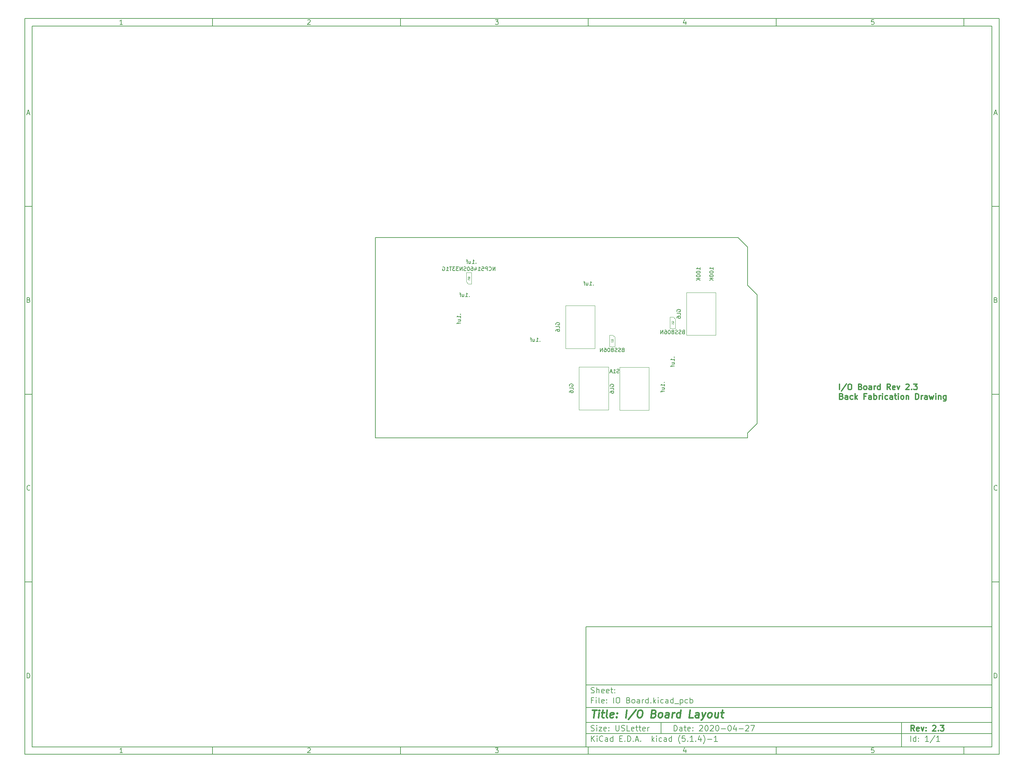
<source format=gbr>
G04 #@! TF.GenerationSoftware,KiCad,Pcbnew,(5.1.4)-1*
G04 #@! TF.CreationDate,2020-04-27T14:37:10-04:00*
G04 #@! TF.ProjectId,IO Board,494f2042-6f61-4726-942e-6b696361645f,2.3*
G04 #@! TF.SameCoordinates,Original*
G04 #@! TF.FileFunction,Other,Fab,Bot*
%FSLAX46Y46*%
G04 Gerber Fmt 4.6, Leading zero omitted, Abs format (unit mm)*
G04 Created by KiCad (PCBNEW (5.1.4)-1) date 2020-04-27 14:37:10*
%MOMM*%
%LPD*%
G04 APERTURE LIST*
%ADD10C,0.100000*%
%ADD11C,0.150000*%
%ADD12C,0.300000*%
%ADD13C,0.400000*%
%ADD14C,0.075000*%
G04 APERTURE END LIST*
D10*
D11*
X159400000Y-171900000D02*
X159400000Y-203900000D01*
X267400000Y-203900000D01*
X267400000Y-171900000D01*
X159400000Y-171900000D01*
D10*
D11*
X10000000Y-10000000D02*
X10000000Y-205900000D01*
X269400000Y-205900000D01*
X269400000Y-10000000D01*
X10000000Y-10000000D01*
D10*
D11*
X12000000Y-12000000D02*
X12000000Y-203900000D01*
X267400000Y-203900000D01*
X267400000Y-12000000D01*
X12000000Y-12000000D01*
D10*
D11*
X60000000Y-12000000D02*
X60000000Y-10000000D01*
D10*
D11*
X110000000Y-12000000D02*
X110000000Y-10000000D01*
D10*
D11*
X160000000Y-12000000D02*
X160000000Y-10000000D01*
D10*
D11*
X210000000Y-12000000D02*
X210000000Y-10000000D01*
D10*
D11*
X260000000Y-12000000D02*
X260000000Y-10000000D01*
D10*
D11*
X36065476Y-11588095D02*
X35322619Y-11588095D01*
X35694047Y-11588095D02*
X35694047Y-10288095D01*
X35570238Y-10473809D01*
X35446428Y-10597619D01*
X35322619Y-10659523D01*
D10*
D11*
X85322619Y-10411904D02*
X85384523Y-10350000D01*
X85508333Y-10288095D01*
X85817857Y-10288095D01*
X85941666Y-10350000D01*
X86003571Y-10411904D01*
X86065476Y-10535714D01*
X86065476Y-10659523D01*
X86003571Y-10845238D01*
X85260714Y-11588095D01*
X86065476Y-11588095D01*
D10*
D11*
X135260714Y-10288095D02*
X136065476Y-10288095D01*
X135632142Y-10783333D01*
X135817857Y-10783333D01*
X135941666Y-10845238D01*
X136003571Y-10907142D01*
X136065476Y-11030952D01*
X136065476Y-11340476D01*
X136003571Y-11464285D01*
X135941666Y-11526190D01*
X135817857Y-11588095D01*
X135446428Y-11588095D01*
X135322619Y-11526190D01*
X135260714Y-11464285D01*
D10*
D11*
X185941666Y-10721428D02*
X185941666Y-11588095D01*
X185632142Y-10226190D02*
X185322619Y-11154761D01*
X186127380Y-11154761D01*
D10*
D11*
X236003571Y-10288095D02*
X235384523Y-10288095D01*
X235322619Y-10907142D01*
X235384523Y-10845238D01*
X235508333Y-10783333D01*
X235817857Y-10783333D01*
X235941666Y-10845238D01*
X236003571Y-10907142D01*
X236065476Y-11030952D01*
X236065476Y-11340476D01*
X236003571Y-11464285D01*
X235941666Y-11526190D01*
X235817857Y-11588095D01*
X235508333Y-11588095D01*
X235384523Y-11526190D01*
X235322619Y-11464285D01*
D10*
D11*
X60000000Y-203900000D02*
X60000000Y-205900000D01*
D10*
D11*
X110000000Y-203900000D02*
X110000000Y-205900000D01*
D10*
D11*
X160000000Y-203900000D02*
X160000000Y-205900000D01*
D10*
D11*
X210000000Y-203900000D02*
X210000000Y-205900000D01*
D10*
D11*
X260000000Y-203900000D02*
X260000000Y-205900000D01*
D10*
D11*
X36065476Y-205488095D02*
X35322619Y-205488095D01*
X35694047Y-205488095D02*
X35694047Y-204188095D01*
X35570238Y-204373809D01*
X35446428Y-204497619D01*
X35322619Y-204559523D01*
D10*
D11*
X85322619Y-204311904D02*
X85384523Y-204250000D01*
X85508333Y-204188095D01*
X85817857Y-204188095D01*
X85941666Y-204250000D01*
X86003571Y-204311904D01*
X86065476Y-204435714D01*
X86065476Y-204559523D01*
X86003571Y-204745238D01*
X85260714Y-205488095D01*
X86065476Y-205488095D01*
D10*
D11*
X135260714Y-204188095D02*
X136065476Y-204188095D01*
X135632142Y-204683333D01*
X135817857Y-204683333D01*
X135941666Y-204745238D01*
X136003571Y-204807142D01*
X136065476Y-204930952D01*
X136065476Y-205240476D01*
X136003571Y-205364285D01*
X135941666Y-205426190D01*
X135817857Y-205488095D01*
X135446428Y-205488095D01*
X135322619Y-205426190D01*
X135260714Y-205364285D01*
D10*
D11*
X185941666Y-204621428D02*
X185941666Y-205488095D01*
X185632142Y-204126190D02*
X185322619Y-205054761D01*
X186127380Y-205054761D01*
D10*
D11*
X236003571Y-204188095D02*
X235384523Y-204188095D01*
X235322619Y-204807142D01*
X235384523Y-204745238D01*
X235508333Y-204683333D01*
X235817857Y-204683333D01*
X235941666Y-204745238D01*
X236003571Y-204807142D01*
X236065476Y-204930952D01*
X236065476Y-205240476D01*
X236003571Y-205364285D01*
X235941666Y-205426190D01*
X235817857Y-205488095D01*
X235508333Y-205488095D01*
X235384523Y-205426190D01*
X235322619Y-205364285D01*
D10*
D11*
X10000000Y-60000000D02*
X12000000Y-60000000D01*
D10*
D11*
X10000000Y-110000000D02*
X12000000Y-110000000D01*
D10*
D11*
X10000000Y-160000000D02*
X12000000Y-160000000D01*
D10*
D11*
X10690476Y-35216666D02*
X11309523Y-35216666D01*
X10566666Y-35588095D02*
X11000000Y-34288095D01*
X11433333Y-35588095D01*
D10*
D11*
X11092857Y-84907142D02*
X11278571Y-84969047D01*
X11340476Y-85030952D01*
X11402380Y-85154761D01*
X11402380Y-85340476D01*
X11340476Y-85464285D01*
X11278571Y-85526190D01*
X11154761Y-85588095D01*
X10659523Y-85588095D01*
X10659523Y-84288095D01*
X11092857Y-84288095D01*
X11216666Y-84350000D01*
X11278571Y-84411904D01*
X11340476Y-84535714D01*
X11340476Y-84659523D01*
X11278571Y-84783333D01*
X11216666Y-84845238D01*
X11092857Y-84907142D01*
X10659523Y-84907142D01*
D10*
D11*
X11402380Y-135464285D02*
X11340476Y-135526190D01*
X11154761Y-135588095D01*
X11030952Y-135588095D01*
X10845238Y-135526190D01*
X10721428Y-135402380D01*
X10659523Y-135278571D01*
X10597619Y-135030952D01*
X10597619Y-134845238D01*
X10659523Y-134597619D01*
X10721428Y-134473809D01*
X10845238Y-134350000D01*
X11030952Y-134288095D01*
X11154761Y-134288095D01*
X11340476Y-134350000D01*
X11402380Y-134411904D01*
D10*
D11*
X10659523Y-185588095D02*
X10659523Y-184288095D01*
X10969047Y-184288095D01*
X11154761Y-184350000D01*
X11278571Y-184473809D01*
X11340476Y-184597619D01*
X11402380Y-184845238D01*
X11402380Y-185030952D01*
X11340476Y-185278571D01*
X11278571Y-185402380D01*
X11154761Y-185526190D01*
X10969047Y-185588095D01*
X10659523Y-185588095D01*
D10*
D11*
X269400000Y-60000000D02*
X267400000Y-60000000D01*
D10*
D11*
X269400000Y-110000000D02*
X267400000Y-110000000D01*
D10*
D11*
X269400000Y-160000000D02*
X267400000Y-160000000D01*
D10*
D11*
X268090476Y-35216666D02*
X268709523Y-35216666D01*
X267966666Y-35588095D02*
X268400000Y-34288095D01*
X268833333Y-35588095D01*
D10*
D11*
X268492857Y-84907142D02*
X268678571Y-84969047D01*
X268740476Y-85030952D01*
X268802380Y-85154761D01*
X268802380Y-85340476D01*
X268740476Y-85464285D01*
X268678571Y-85526190D01*
X268554761Y-85588095D01*
X268059523Y-85588095D01*
X268059523Y-84288095D01*
X268492857Y-84288095D01*
X268616666Y-84350000D01*
X268678571Y-84411904D01*
X268740476Y-84535714D01*
X268740476Y-84659523D01*
X268678571Y-84783333D01*
X268616666Y-84845238D01*
X268492857Y-84907142D01*
X268059523Y-84907142D01*
D10*
D11*
X268802380Y-135464285D02*
X268740476Y-135526190D01*
X268554761Y-135588095D01*
X268430952Y-135588095D01*
X268245238Y-135526190D01*
X268121428Y-135402380D01*
X268059523Y-135278571D01*
X267997619Y-135030952D01*
X267997619Y-134845238D01*
X268059523Y-134597619D01*
X268121428Y-134473809D01*
X268245238Y-134350000D01*
X268430952Y-134288095D01*
X268554761Y-134288095D01*
X268740476Y-134350000D01*
X268802380Y-134411904D01*
D10*
D11*
X268059523Y-185588095D02*
X268059523Y-184288095D01*
X268369047Y-184288095D01*
X268554761Y-184350000D01*
X268678571Y-184473809D01*
X268740476Y-184597619D01*
X268802380Y-184845238D01*
X268802380Y-185030952D01*
X268740476Y-185278571D01*
X268678571Y-185402380D01*
X268554761Y-185526190D01*
X268369047Y-185588095D01*
X268059523Y-185588095D01*
D10*
D11*
X182832142Y-199678571D02*
X182832142Y-198178571D01*
X183189285Y-198178571D01*
X183403571Y-198250000D01*
X183546428Y-198392857D01*
X183617857Y-198535714D01*
X183689285Y-198821428D01*
X183689285Y-199035714D01*
X183617857Y-199321428D01*
X183546428Y-199464285D01*
X183403571Y-199607142D01*
X183189285Y-199678571D01*
X182832142Y-199678571D01*
X184975000Y-199678571D02*
X184975000Y-198892857D01*
X184903571Y-198750000D01*
X184760714Y-198678571D01*
X184475000Y-198678571D01*
X184332142Y-198750000D01*
X184975000Y-199607142D02*
X184832142Y-199678571D01*
X184475000Y-199678571D01*
X184332142Y-199607142D01*
X184260714Y-199464285D01*
X184260714Y-199321428D01*
X184332142Y-199178571D01*
X184475000Y-199107142D01*
X184832142Y-199107142D01*
X184975000Y-199035714D01*
X185475000Y-198678571D02*
X186046428Y-198678571D01*
X185689285Y-198178571D02*
X185689285Y-199464285D01*
X185760714Y-199607142D01*
X185903571Y-199678571D01*
X186046428Y-199678571D01*
X187117857Y-199607142D02*
X186975000Y-199678571D01*
X186689285Y-199678571D01*
X186546428Y-199607142D01*
X186475000Y-199464285D01*
X186475000Y-198892857D01*
X186546428Y-198750000D01*
X186689285Y-198678571D01*
X186975000Y-198678571D01*
X187117857Y-198750000D01*
X187189285Y-198892857D01*
X187189285Y-199035714D01*
X186475000Y-199178571D01*
X187832142Y-199535714D02*
X187903571Y-199607142D01*
X187832142Y-199678571D01*
X187760714Y-199607142D01*
X187832142Y-199535714D01*
X187832142Y-199678571D01*
X187832142Y-198750000D02*
X187903571Y-198821428D01*
X187832142Y-198892857D01*
X187760714Y-198821428D01*
X187832142Y-198750000D01*
X187832142Y-198892857D01*
X189617857Y-198321428D02*
X189689285Y-198250000D01*
X189832142Y-198178571D01*
X190189285Y-198178571D01*
X190332142Y-198250000D01*
X190403571Y-198321428D01*
X190475000Y-198464285D01*
X190475000Y-198607142D01*
X190403571Y-198821428D01*
X189546428Y-199678571D01*
X190475000Y-199678571D01*
X191403571Y-198178571D02*
X191546428Y-198178571D01*
X191689285Y-198250000D01*
X191760714Y-198321428D01*
X191832142Y-198464285D01*
X191903571Y-198750000D01*
X191903571Y-199107142D01*
X191832142Y-199392857D01*
X191760714Y-199535714D01*
X191689285Y-199607142D01*
X191546428Y-199678571D01*
X191403571Y-199678571D01*
X191260714Y-199607142D01*
X191189285Y-199535714D01*
X191117857Y-199392857D01*
X191046428Y-199107142D01*
X191046428Y-198750000D01*
X191117857Y-198464285D01*
X191189285Y-198321428D01*
X191260714Y-198250000D01*
X191403571Y-198178571D01*
X192475000Y-198321428D02*
X192546428Y-198250000D01*
X192689285Y-198178571D01*
X193046428Y-198178571D01*
X193189285Y-198250000D01*
X193260714Y-198321428D01*
X193332142Y-198464285D01*
X193332142Y-198607142D01*
X193260714Y-198821428D01*
X192403571Y-199678571D01*
X193332142Y-199678571D01*
X194260714Y-198178571D02*
X194403571Y-198178571D01*
X194546428Y-198250000D01*
X194617857Y-198321428D01*
X194689285Y-198464285D01*
X194760714Y-198750000D01*
X194760714Y-199107142D01*
X194689285Y-199392857D01*
X194617857Y-199535714D01*
X194546428Y-199607142D01*
X194403571Y-199678571D01*
X194260714Y-199678571D01*
X194117857Y-199607142D01*
X194046428Y-199535714D01*
X193975000Y-199392857D01*
X193903571Y-199107142D01*
X193903571Y-198750000D01*
X193975000Y-198464285D01*
X194046428Y-198321428D01*
X194117857Y-198250000D01*
X194260714Y-198178571D01*
X195403571Y-199107142D02*
X196546428Y-199107142D01*
X197546428Y-198178571D02*
X197689285Y-198178571D01*
X197832142Y-198250000D01*
X197903571Y-198321428D01*
X197975000Y-198464285D01*
X198046428Y-198750000D01*
X198046428Y-199107142D01*
X197975000Y-199392857D01*
X197903571Y-199535714D01*
X197832142Y-199607142D01*
X197689285Y-199678571D01*
X197546428Y-199678571D01*
X197403571Y-199607142D01*
X197332142Y-199535714D01*
X197260714Y-199392857D01*
X197189285Y-199107142D01*
X197189285Y-198750000D01*
X197260714Y-198464285D01*
X197332142Y-198321428D01*
X197403571Y-198250000D01*
X197546428Y-198178571D01*
X199332142Y-198678571D02*
X199332142Y-199678571D01*
X198975000Y-198107142D02*
X198617857Y-199178571D01*
X199546428Y-199178571D01*
X200117857Y-199107142D02*
X201260714Y-199107142D01*
X201903571Y-198321428D02*
X201975000Y-198250000D01*
X202117857Y-198178571D01*
X202475000Y-198178571D01*
X202617857Y-198250000D01*
X202689285Y-198321428D01*
X202760714Y-198464285D01*
X202760714Y-198607142D01*
X202689285Y-198821428D01*
X201832142Y-199678571D01*
X202760714Y-199678571D01*
X203260714Y-198178571D02*
X204260714Y-198178571D01*
X203617857Y-199678571D01*
D10*
D11*
X159400000Y-200400000D02*
X267400000Y-200400000D01*
D10*
D11*
X160832142Y-202478571D02*
X160832142Y-200978571D01*
X161689285Y-202478571D02*
X161046428Y-201621428D01*
X161689285Y-200978571D02*
X160832142Y-201835714D01*
X162332142Y-202478571D02*
X162332142Y-201478571D01*
X162332142Y-200978571D02*
X162260714Y-201050000D01*
X162332142Y-201121428D01*
X162403571Y-201050000D01*
X162332142Y-200978571D01*
X162332142Y-201121428D01*
X163903571Y-202335714D02*
X163832142Y-202407142D01*
X163617857Y-202478571D01*
X163475000Y-202478571D01*
X163260714Y-202407142D01*
X163117857Y-202264285D01*
X163046428Y-202121428D01*
X162975000Y-201835714D01*
X162975000Y-201621428D01*
X163046428Y-201335714D01*
X163117857Y-201192857D01*
X163260714Y-201050000D01*
X163475000Y-200978571D01*
X163617857Y-200978571D01*
X163832142Y-201050000D01*
X163903571Y-201121428D01*
X165189285Y-202478571D02*
X165189285Y-201692857D01*
X165117857Y-201550000D01*
X164975000Y-201478571D01*
X164689285Y-201478571D01*
X164546428Y-201550000D01*
X165189285Y-202407142D02*
X165046428Y-202478571D01*
X164689285Y-202478571D01*
X164546428Y-202407142D01*
X164475000Y-202264285D01*
X164475000Y-202121428D01*
X164546428Y-201978571D01*
X164689285Y-201907142D01*
X165046428Y-201907142D01*
X165189285Y-201835714D01*
X166546428Y-202478571D02*
X166546428Y-200978571D01*
X166546428Y-202407142D02*
X166403571Y-202478571D01*
X166117857Y-202478571D01*
X165975000Y-202407142D01*
X165903571Y-202335714D01*
X165832142Y-202192857D01*
X165832142Y-201764285D01*
X165903571Y-201621428D01*
X165975000Y-201550000D01*
X166117857Y-201478571D01*
X166403571Y-201478571D01*
X166546428Y-201550000D01*
X168403571Y-201692857D02*
X168903571Y-201692857D01*
X169117857Y-202478571D02*
X168403571Y-202478571D01*
X168403571Y-200978571D01*
X169117857Y-200978571D01*
X169760714Y-202335714D02*
X169832142Y-202407142D01*
X169760714Y-202478571D01*
X169689285Y-202407142D01*
X169760714Y-202335714D01*
X169760714Y-202478571D01*
X170475000Y-202478571D02*
X170475000Y-200978571D01*
X170832142Y-200978571D01*
X171046428Y-201050000D01*
X171189285Y-201192857D01*
X171260714Y-201335714D01*
X171332142Y-201621428D01*
X171332142Y-201835714D01*
X171260714Y-202121428D01*
X171189285Y-202264285D01*
X171046428Y-202407142D01*
X170832142Y-202478571D01*
X170475000Y-202478571D01*
X171975000Y-202335714D02*
X172046428Y-202407142D01*
X171975000Y-202478571D01*
X171903571Y-202407142D01*
X171975000Y-202335714D01*
X171975000Y-202478571D01*
X172617857Y-202050000D02*
X173332142Y-202050000D01*
X172475000Y-202478571D02*
X172975000Y-200978571D01*
X173475000Y-202478571D01*
X173975000Y-202335714D02*
X174046428Y-202407142D01*
X173975000Y-202478571D01*
X173903571Y-202407142D01*
X173975000Y-202335714D01*
X173975000Y-202478571D01*
X176975000Y-202478571D02*
X176975000Y-200978571D01*
X177117857Y-201907142D02*
X177546428Y-202478571D01*
X177546428Y-201478571D02*
X176975000Y-202050000D01*
X178189285Y-202478571D02*
X178189285Y-201478571D01*
X178189285Y-200978571D02*
X178117857Y-201050000D01*
X178189285Y-201121428D01*
X178260714Y-201050000D01*
X178189285Y-200978571D01*
X178189285Y-201121428D01*
X179546428Y-202407142D02*
X179403571Y-202478571D01*
X179117857Y-202478571D01*
X178975000Y-202407142D01*
X178903571Y-202335714D01*
X178832142Y-202192857D01*
X178832142Y-201764285D01*
X178903571Y-201621428D01*
X178975000Y-201550000D01*
X179117857Y-201478571D01*
X179403571Y-201478571D01*
X179546428Y-201550000D01*
X180832142Y-202478571D02*
X180832142Y-201692857D01*
X180760714Y-201550000D01*
X180617857Y-201478571D01*
X180332142Y-201478571D01*
X180189285Y-201550000D01*
X180832142Y-202407142D02*
X180689285Y-202478571D01*
X180332142Y-202478571D01*
X180189285Y-202407142D01*
X180117857Y-202264285D01*
X180117857Y-202121428D01*
X180189285Y-201978571D01*
X180332142Y-201907142D01*
X180689285Y-201907142D01*
X180832142Y-201835714D01*
X182189285Y-202478571D02*
X182189285Y-200978571D01*
X182189285Y-202407142D02*
X182046428Y-202478571D01*
X181760714Y-202478571D01*
X181617857Y-202407142D01*
X181546428Y-202335714D01*
X181475000Y-202192857D01*
X181475000Y-201764285D01*
X181546428Y-201621428D01*
X181617857Y-201550000D01*
X181760714Y-201478571D01*
X182046428Y-201478571D01*
X182189285Y-201550000D01*
X184475000Y-203050000D02*
X184403571Y-202978571D01*
X184260714Y-202764285D01*
X184189285Y-202621428D01*
X184117857Y-202407142D01*
X184046428Y-202050000D01*
X184046428Y-201764285D01*
X184117857Y-201407142D01*
X184189285Y-201192857D01*
X184260714Y-201050000D01*
X184403571Y-200835714D01*
X184475000Y-200764285D01*
X185760714Y-200978571D02*
X185046428Y-200978571D01*
X184975000Y-201692857D01*
X185046428Y-201621428D01*
X185189285Y-201550000D01*
X185546428Y-201550000D01*
X185689285Y-201621428D01*
X185760714Y-201692857D01*
X185832142Y-201835714D01*
X185832142Y-202192857D01*
X185760714Y-202335714D01*
X185689285Y-202407142D01*
X185546428Y-202478571D01*
X185189285Y-202478571D01*
X185046428Y-202407142D01*
X184975000Y-202335714D01*
X186475000Y-202335714D02*
X186546428Y-202407142D01*
X186475000Y-202478571D01*
X186403571Y-202407142D01*
X186475000Y-202335714D01*
X186475000Y-202478571D01*
X187975000Y-202478571D02*
X187117857Y-202478571D01*
X187546428Y-202478571D02*
X187546428Y-200978571D01*
X187403571Y-201192857D01*
X187260714Y-201335714D01*
X187117857Y-201407142D01*
X188617857Y-202335714D02*
X188689285Y-202407142D01*
X188617857Y-202478571D01*
X188546428Y-202407142D01*
X188617857Y-202335714D01*
X188617857Y-202478571D01*
X189975000Y-201478571D02*
X189975000Y-202478571D01*
X189617857Y-200907142D02*
X189260714Y-201978571D01*
X190189285Y-201978571D01*
X190617857Y-203050000D02*
X190689285Y-202978571D01*
X190832142Y-202764285D01*
X190903571Y-202621428D01*
X190975000Y-202407142D01*
X191046428Y-202050000D01*
X191046428Y-201764285D01*
X190975000Y-201407142D01*
X190903571Y-201192857D01*
X190832142Y-201050000D01*
X190689285Y-200835714D01*
X190617857Y-200764285D01*
X191760714Y-201907142D02*
X192903571Y-201907142D01*
X194403571Y-202478571D02*
X193546428Y-202478571D01*
X193975000Y-202478571D02*
X193975000Y-200978571D01*
X193832142Y-201192857D01*
X193689285Y-201335714D01*
X193546428Y-201407142D01*
D10*
D11*
X159400000Y-197400000D02*
X267400000Y-197400000D01*
D10*
D12*
X246809285Y-199678571D02*
X246309285Y-198964285D01*
X245952142Y-199678571D02*
X245952142Y-198178571D01*
X246523571Y-198178571D01*
X246666428Y-198250000D01*
X246737857Y-198321428D01*
X246809285Y-198464285D01*
X246809285Y-198678571D01*
X246737857Y-198821428D01*
X246666428Y-198892857D01*
X246523571Y-198964285D01*
X245952142Y-198964285D01*
X248023571Y-199607142D02*
X247880714Y-199678571D01*
X247595000Y-199678571D01*
X247452142Y-199607142D01*
X247380714Y-199464285D01*
X247380714Y-198892857D01*
X247452142Y-198750000D01*
X247595000Y-198678571D01*
X247880714Y-198678571D01*
X248023571Y-198750000D01*
X248095000Y-198892857D01*
X248095000Y-199035714D01*
X247380714Y-199178571D01*
X248595000Y-198678571D02*
X248952142Y-199678571D01*
X249309285Y-198678571D01*
X249880714Y-199535714D02*
X249952142Y-199607142D01*
X249880714Y-199678571D01*
X249809285Y-199607142D01*
X249880714Y-199535714D01*
X249880714Y-199678571D01*
X249880714Y-198750000D02*
X249952142Y-198821428D01*
X249880714Y-198892857D01*
X249809285Y-198821428D01*
X249880714Y-198750000D01*
X249880714Y-198892857D01*
X251666428Y-198321428D02*
X251737857Y-198250000D01*
X251880714Y-198178571D01*
X252237857Y-198178571D01*
X252380714Y-198250000D01*
X252452142Y-198321428D01*
X252523571Y-198464285D01*
X252523571Y-198607142D01*
X252452142Y-198821428D01*
X251595000Y-199678571D01*
X252523571Y-199678571D01*
X253166428Y-199535714D02*
X253237857Y-199607142D01*
X253166428Y-199678571D01*
X253095000Y-199607142D01*
X253166428Y-199535714D01*
X253166428Y-199678571D01*
X253737857Y-198178571D02*
X254666428Y-198178571D01*
X254166428Y-198750000D01*
X254380714Y-198750000D01*
X254523571Y-198821428D01*
X254595000Y-198892857D01*
X254666428Y-199035714D01*
X254666428Y-199392857D01*
X254595000Y-199535714D01*
X254523571Y-199607142D01*
X254380714Y-199678571D01*
X253952142Y-199678571D01*
X253809285Y-199607142D01*
X253737857Y-199535714D01*
D10*
D11*
X160760714Y-199607142D02*
X160975000Y-199678571D01*
X161332142Y-199678571D01*
X161475000Y-199607142D01*
X161546428Y-199535714D01*
X161617857Y-199392857D01*
X161617857Y-199250000D01*
X161546428Y-199107142D01*
X161475000Y-199035714D01*
X161332142Y-198964285D01*
X161046428Y-198892857D01*
X160903571Y-198821428D01*
X160832142Y-198750000D01*
X160760714Y-198607142D01*
X160760714Y-198464285D01*
X160832142Y-198321428D01*
X160903571Y-198250000D01*
X161046428Y-198178571D01*
X161403571Y-198178571D01*
X161617857Y-198250000D01*
X162260714Y-199678571D02*
X162260714Y-198678571D01*
X162260714Y-198178571D02*
X162189285Y-198250000D01*
X162260714Y-198321428D01*
X162332142Y-198250000D01*
X162260714Y-198178571D01*
X162260714Y-198321428D01*
X162832142Y-198678571D02*
X163617857Y-198678571D01*
X162832142Y-199678571D01*
X163617857Y-199678571D01*
X164760714Y-199607142D02*
X164617857Y-199678571D01*
X164332142Y-199678571D01*
X164189285Y-199607142D01*
X164117857Y-199464285D01*
X164117857Y-198892857D01*
X164189285Y-198750000D01*
X164332142Y-198678571D01*
X164617857Y-198678571D01*
X164760714Y-198750000D01*
X164832142Y-198892857D01*
X164832142Y-199035714D01*
X164117857Y-199178571D01*
X165475000Y-199535714D02*
X165546428Y-199607142D01*
X165475000Y-199678571D01*
X165403571Y-199607142D01*
X165475000Y-199535714D01*
X165475000Y-199678571D01*
X165475000Y-198750000D02*
X165546428Y-198821428D01*
X165475000Y-198892857D01*
X165403571Y-198821428D01*
X165475000Y-198750000D01*
X165475000Y-198892857D01*
X167332142Y-198178571D02*
X167332142Y-199392857D01*
X167403571Y-199535714D01*
X167475000Y-199607142D01*
X167617857Y-199678571D01*
X167903571Y-199678571D01*
X168046428Y-199607142D01*
X168117857Y-199535714D01*
X168189285Y-199392857D01*
X168189285Y-198178571D01*
X168832142Y-199607142D02*
X169046428Y-199678571D01*
X169403571Y-199678571D01*
X169546428Y-199607142D01*
X169617857Y-199535714D01*
X169689285Y-199392857D01*
X169689285Y-199250000D01*
X169617857Y-199107142D01*
X169546428Y-199035714D01*
X169403571Y-198964285D01*
X169117857Y-198892857D01*
X168975000Y-198821428D01*
X168903571Y-198750000D01*
X168832142Y-198607142D01*
X168832142Y-198464285D01*
X168903571Y-198321428D01*
X168975000Y-198250000D01*
X169117857Y-198178571D01*
X169475000Y-198178571D01*
X169689285Y-198250000D01*
X171046428Y-199678571D02*
X170332142Y-199678571D01*
X170332142Y-198178571D01*
X172117857Y-199607142D02*
X171975000Y-199678571D01*
X171689285Y-199678571D01*
X171546428Y-199607142D01*
X171475000Y-199464285D01*
X171475000Y-198892857D01*
X171546428Y-198750000D01*
X171689285Y-198678571D01*
X171975000Y-198678571D01*
X172117857Y-198750000D01*
X172189285Y-198892857D01*
X172189285Y-199035714D01*
X171475000Y-199178571D01*
X172617857Y-198678571D02*
X173189285Y-198678571D01*
X172832142Y-198178571D02*
X172832142Y-199464285D01*
X172903571Y-199607142D01*
X173046428Y-199678571D01*
X173189285Y-199678571D01*
X173475000Y-198678571D02*
X174046428Y-198678571D01*
X173689285Y-198178571D02*
X173689285Y-199464285D01*
X173760714Y-199607142D01*
X173903571Y-199678571D01*
X174046428Y-199678571D01*
X175117857Y-199607142D02*
X174975000Y-199678571D01*
X174689285Y-199678571D01*
X174546428Y-199607142D01*
X174475000Y-199464285D01*
X174475000Y-198892857D01*
X174546428Y-198750000D01*
X174689285Y-198678571D01*
X174975000Y-198678571D01*
X175117857Y-198750000D01*
X175189285Y-198892857D01*
X175189285Y-199035714D01*
X174475000Y-199178571D01*
X175832142Y-199678571D02*
X175832142Y-198678571D01*
X175832142Y-198964285D02*
X175903571Y-198821428D01*
X175975000Y-198750000D01*
X176117857Y-198678571D01*
X176260714Y-198678571D01*
D10*
D11*
X245832142Y-202478571D02*
X245832142Y-200978571D01*
X247189285Y-202478571D02*
X247189285Y-200978571D01*
X247189285Y-202407142D02*
X247046428Y-202478571D01*
X246760714Y-202478571D01*
X246617857Y-202407142D01*
X246546428Y-202335714D01*
X246475000Y-202192857D01*
X246475000Y-201764285D01*
X246546428Y-201621428D01*
X246617857Y-201550000D01*
X246760714Y-201478571D01*
X247046428Y-201478571D01*
X247189285Y-201550000D01*
X247903571Y-202335714D02*
X247975000Y-202407142D01*
X247903571Y-202478571D01*
X247832142Y-202407142D01*
X247903571Y-202335714D01*
X247903571Y-202478571D01*
X247903571Y-201550000D02*
X247975000Y-201621428D01*
X247903571Y-201692857D01*
X247832142Y-201621428D01*
X247903571Y-201550000D01*
X247903571Y-201692857D01*
X250546428Y-202478571D02*
X249689285Y-202478571D01*
X250117857Y-202478571D02*
X250117857Y-200978571D01*
X249975000Y-201192857D01*
X249832142Y-201335714D01*
X249689285Y-201407142D01*
X252260714Y-200907142D02*
X250975000Y-202835714D01*
X253546428Y-202478571D02*
X252689285Y-202478571D01*
X253117857Y-202478571D02*
X253117857Y-200978571D01*
X252975000Y-201192857D01*
X252832142Y-201335714D01*
X252689285Y-201407142D01*
D10*
D11*
X159400000Y-193400000D02*
X267400000Y-193400000D01*
D10*
D13*
X161112380Y-194104761D02*
X162255238Y-194104761D01*
X161433809Y-196104761D02*
X161683809Y-194104761D01*
X162671904Y-196104761D02*
X162838571Y-194771428D01*
X162921904Y-194104761D02*
X162814761Y-194200000D01*
X162898095Y-194295238D01*
X163005238Y-194200000D01*
X162921904Y-194104761D01*
X162898095Y-194295238D01*
X163505238Y-194771428D02*
X164267142Y-194771428D01*
X163874285Y-194104761D02*
X163660000Y-195819047D01*
X163731428Y-196009523D01*
X163910000Y-196104761D01*
X164100476Y-196104761D01*
X165052857Y-196104761D02*
X164874285Y-196009523D01*
X164802857Y-195819047D01*
X165017142Y-194104761D01*
X166588571Y-196009523D02*
X166386190Y-196104761D01*
X166005238Y-196104761D01*
X165826666Y-196009523D01*
X165755238Y-195819047D01*
X165850476Y-195057142D01*
X165969523Y-194866666D01*
X166171904Y-194771428D01*
X166552857Y-194771428D01*
X166731428Y-194866666D01*
X166802857Y-195057142D01*
X166779047Y-195247619D01*
X165802857Y-195438095D01*
X167552857Y-195914285D02*
X167636190Y-196009523D01*
X167529047Y-196104761D01*
X167445714Y-196009523D01*
X167552857Y-195914285D01*
X167529047Y-196104761D01*
X167683809Y-194866666D02*
X167767142Y-194961904D01*
X167660000Y-195057142D01*
X167576666Y-194961904D01*
X167683809Y-194866666D01*
X167660000Y-195057142D01*
X170005238Y-196104761D02*
X170255238Y-194104761D01*
X172648095Y-194009523D02*
X170612380Y-196580952D01*
X173683809Y-194104761D02*
X174064761Y-194104761D01*
X174243333Y-194200000D01*
X174410000Y-194390476D01*
X174457619Y-194771428D01*
X174374285Y-195438095D01*
X174231428Y-195819047D01*
X174017142Y-196009523D01*
X173814761Y-196104761D01*
X173433809Y-196104761D01*
X173255238Y-196009523D01*
X173088571Y-195819047D01*
X173040952Y-195438095D01*
X173124285Y-194771428D01*
X173267142Y-194390476D01*
X173481428Y-194200000D01*
X173683809Y-194104761D01*
X177469523Y-195057142D02*
X177743333Y-195152380D01*
X177826666Y-195247619D01*
X177898095Y-195438095D01*
X177862380Y-195723809D01*
X177743333Y-195914285D01*
X177636190Y-196009523D01*
X177433809Y-196104761D01*
X176671904Y-196104761D01*
X176921904Y-194104761D01*
X177588571Y-194104761D01*
X177767142Y-194200000D01*
X177850476Y-194295238D01*
X177921904Y-194485714D01*
X177898095Y-194676190D01*
X177779047Y-194866666D01*
X177671904Y-194961904D01*
X177469523Y-195057142D01*
X176802857Y-195057142D01*
X178957619Y-196104761D02*
X178779047Y-196009523D01*
X178695714Y-195914285D01*
X178624285Y-195723809D01*
X178695714Y-195152380D01*
X178814761Y-194961904D01*
X178921904Y-194866666D01*
X179124285Y-194771428D01*
X179410000Y-194771428D01*
X179588571Y-194866666D01*
X179671904Y-194961904D01*
X179743333Y-195152380D01*
X179671904Y-195723809D01*
X179552857Y-195914285D01*
X179445714Y-196009523D01*
X179243333Y-196104761D01*
X178957619Y-196104761D01*
X181338571Y-196104761D02*
X181469523Y-195057142D01*
X181398095Y-194866666D01*
X181219523Y-194771428D01*
X180838571Y-194771428D01*
X180636190Y-194866666D01*
X181350476Y-196009523D02*
X181148095Y-196104761D01*
X180671904Y-196104761D01*
X180493333Y-196009523D01*
X180421904Y-195819047D01*
X180445714Y-195628571D01*
X180564761Y-195438095D01*
X180767142Y-195342857D01*
X181243333Y-195342857D01*
X181445714Y-195247619D01*
X182290952Y-196104761D02*
X182457619Y-194771428D01*
X182410000Y-195152380D02*
X182529047Y-194961904D01*
X182636190Y-194866666D01*
X182838571Y-194771428D01*
X183029047Y-194771428D01*
X184386190Y-196104761D02*
X184636190Y-194104761D01*
X184398095Y-196009523D02*
X184195714Y-196104761D01*
X183814761Y-196104761D01*
X183636190Y-196009523D01*
X183552857Y-195914285D01*
X183481428Y-195723809D01*
X183552857Y-195152380D01*
X183671904Y-194961904D01*
X183779047Y-194866666D01*
X183981428Y-194771428D01*
X184362380Y-194771428D01*
X184540952Y-194866666D01*
X187814761Y-196104761D02*
X186862380Y-196104761D01*
X187112380Y-194104761D01*
X189338571Y-196104761D02*
X189469523Y-195057142D01*
X189398095Y-194866666D01*
X189219523Y-194771428D01*
X188838571Y-194771428D01*
X188636190Y-194866666D01*
X189350476Y-196009523D02*
X189148095Y-196104761D01*
X188671904Y-196104761D01*
X188493333Y-196009523D01*
X188421904Y-195819047D01*
X188445714Y-195628571D01*
X188564761Y-195438095D01*
X188767142Y-195342857D01*
X189243333Y-195342857D01*
X189445714Y-195247619D01*
X190267142Y-194771428D02*
X190576666Y-196104761D01*
X191219523Y-194771428D02*
X190576666Y-196104761D01*
X190326666Y-196580952D01*
X190219523Y-196676190D01*
X190017142Y-196771428D01*
X192100476Y-196104761D02*
X191921904Y-196009523D01*
X191838571Y-195914285D01*
X191767142Y-195723809D01*
X191838571Y-195152380D01*
X191957619Y-194961904D01*
X192064761Y-194866666D01*
X192267142Y-194771428D01*
X192552857Y-194771428D01*
X192731428Y-194866666D01*
X192814761Y-194961904D01*
X192886190Y-195152380D01*
X192814761Y-195723809D01*
X192695714Y-195914285D01*
X192588571Y-196009523D01*
X192386190Y-196104761D01*
X192100476Y-196104761D01*
X194648095Y-194771428D02*
X194481428Y-196104761D01*
X193790952Y-194771428D02*
X193660000Y-195819047D01*
X193731428Y-196009523D01*
X193910000Y-196104761D01*
X194195714Y-196104761D01*
X194398095Y-196009523D01*
X194505238Y-195914285D01*
X195314761Y-194771428D02*
X196076666Y-194771428D01*
X195683809Y-194104761D02*
X195469523Y-195819047D01*
X195540952Y-196009523D01*
X195719523Y-196104761D01*
X195910000Y-196104761D01*
D10*
D11*
X161332142Y-191492857D02*
X160832142Y-191492857D01*
X160832142Y-192278571D02*
X160832142Y-190778571D01*
X161546428Y-190778571D01*
X162117857Y-192278571D02*
X162117857Y-191278571D01*
X162117857Y-190778571D02*
X162046428Y-190850000D01*
X162117857Y-190921428D01*
X162189285Y-190850000D01*
X162117857Y-190778571D01*
X162117857Y-190921428D01*
X163046428Y-192278571D02*
X162903571Y-192207142D01*
X162832142Y-192064285D01*
X162832142Y-190778571D01*
X164189285Y-192207142D02*
X164046428Y-192278571D01*
X163760714Y-192278571D01*
X163617857Y-192207142D01*
X163546428Y-192064285D01*
X163546428Y-191492857D01*
X163617857Y-191350000D01*
X163760714Y-191278571D01*
X164046428Y-191278571D01*
X164189285Y-191350000D01*
X164260714Y-191492857D01*
X164260714Y-191635714D01*
X163546428Y-191778571D01*
X164903571Y-192135714D02*
X164975000Y-192207142D01*
X164903571Y-192278571D01*
X164832142Y-192207142D01*
X164903571Y-192135714D01*
X164903571Y-192278571D01*
X164903571Y-191350000D02*
X164975000Y-191421428D01*
X164903571Y-191492857D01*
X164832142Y-191421428D01*
X164903571Y-191350000D01*
X164903571Y-191492857D01*
X166760714Y-192278571D02*
X166760714Y-190778571D01*
X167760714Y-190778571D02*
X168046428Y-190778571D01*
X168189285Y-190850000D01*
X168332142Y-190992857D01*
X168403571Y-191278571D01*
X168403571Y-191778571D01*
X168332142Y-192064285D01*
X168189285Y-192207142D01*
X168046428Y-192278571D01*
X167760714Y-192278571D01*
X167617857Y-192207142D01*
X167475000Y-192064285D01*
X167403571Y-191778571D01*
X167403571Y-191278571D01*
X167475000Y-190992857D01*
X167617857Y-190850000D01*
X167760714Y-190778571D01*
X170689285Y-191492857D02*
X170903571Y-191564285D01*
X170975000Y-191635714D01*
X171046428Y-191778571D01*
X171046428Y-191992857D01*
X170975000Y-192135714D01*
X170903571Y-192207142D01*
X170760714Y-192278571D01*
X170189285Y-192278571D01*
X170189285Y-190778571D01*
X170689285Y-190778571D01*
X170832142Y-190850000D01*
X170903571Y-190921428D01*
X170975000Y-191064285D01*
X170975000Y-191207142D01*
X170903571Y-191350000D01*
X170832142Y-191421428D01*
X170689285Y-191492857D01*
X170189285Y-191492857D01*
X171903571Y-192278571D02*
X171760714Y-192207142D01*
X171689285Y-192135714D01*
X171617857Y-191992857D01*
X171617857Y-191564285D01*
X171689285Y-191421428D01*
X171760714Y-191350000D01*
X171903571Y-191278571D01*
X172117857Y-191278571D01*
X172260714Y-191350000D01*
X172332142Y-191421428D01*
X172403571Y-191564285D01*
X172403571Y-191992857D01*
X172332142Y-192135714D01*
X172260714Y-192207142D01*
X172117857Y-192278571D01*
X171903571Y-192278571D01*
X173689285Y-192278571D02*
X173689285Y-191492857D01*
X173617857Y-191350000D01*
X173475000Y-191278571D01*
X173189285Y-191278571D01*
X173046428Y-191350000D01*
X173689285Y-192207142D02*
X173546428Y-192278571D01*
X173189285Y-192278571D01*
X173046428Y-192207142D01*
X172975000Y-192064285D01*
X172975000Y-191921428D01*
X173046428Y-191778571D01*
X173189285Y-191707142D01*
X173546428Y-191707142D01*
X173689285Y-191635714D01*
X174403571Y-192278571D02*
X174403571Y-191278571D01*
X174403571Y-191564285D02*
X174475000Y-191421428D01*
X174546428Y-191350000D01*
X174689285Y-191278571D01*
X174832142Y-191278571D01*
X175975000Y-192278571D02*
X175975000Y-190778571D01*
X175975000Y-192207142D02*
X175832142Y-192278571D01*
X175546428Y-192278571D01*
X175403571Y-192207142D01*
X175332142Y-192135714D01*
X175260714Y-191992857D01*
X175260714Y-191564285D01*
X175332142Y-191421428D01*
X175403571Y-191350000D01*
X175546428Y-191278571D01*
X175832142Y-191278571D01*
X175975000Y-191350000D01*
X176689285Y-192135714D02*
X176760714Y-192207142D01*
X176689285Y-192278571D01*
X176617857Y-192207142D01*
X176689285Y-192135714D01*
X176689285Y-192278571D01*
X177403571Y-192278571D02*
X177403571Y-190778571D01*
X177546428Y-191707142D02*
X177975000Y-192278571D01*
X177975000Y-191278571D02*
X177403571Y-191850000D01*
X178617857Y-192278571D02*
X178617857Y-191278571D01*
X178617857Y-190778571D02*
X178546428Y-190850000D01*
X178617857Y-190921428D01*
X178689285Y-190850000D01*
X178617857Y-190778571D01*
X178617857Y-190921428D01*
X179975000Y-192207142D02*
X179832142Y-192278571D01*
X179546428Y-192278571D01*
X179403571Y-192207142D01*
X179332142Y-192135714D01*
X179260714Y-191992857D01*
X179260714Y-191564285D01*
X179332142Y-191421428D01*
X179403571Y-191350000D01*
X179546428Y-191278571D01*
X179832142Y-191278571D01*
X179975000Y-191350000D01*
X181260714Y-192278571D02*
X181260714Y-191492857D01*
X181189285Y-191350000D01*
X181046428Y-191278571D01*
X180760714Y-191278571D01*
X180617857Y-191350000D01*
X181260714Y-192207142D02*
X181117857Y-192278571D01*
X180760714Y-192278571D01*
X180617857Y-192207142D01*
X180546428Y-192064285D01*
X180546428Y-191921428D01*
X180617857Y-191778571D01*
X180760714Y-191707142D01*
X181117857Y-191707142D01*
X181260714Y-191635714D01*
X182617857Y-192278571D02*
X182617857Y-190778571D01*
X182617857Y-192207142D02*
X182475000Y-192278571D01*
X182189285Y-192278571D01*
X182046428Y-192207142D01*
X181975000Y-192135714D01*
X181903571Y-191992857D01*
X181903571Y-191564285D01*
X181975000Y-191421428D01*
X182046428Y-191350000D01*
X182189285Y-191278571D01*
X182475000Y-191278571D01*
X182617857Y-191350000D01*
X182975000Y-192421428D02*
X184117857Y-192421428D01*
X184475000Y-191278571D02*
X184475000Y-192778571D01*
X184475000Y-191350000D02*
X184617857Y-191278571D01*
X184903571Y-191278571D01*
X185046428Y-191350000D01*
X185117857Y-191421428D01*
X185189285Y-191564285D01*
X185189285Y-191992857D01*
X185117857Y-192135714D01*
X185046428Y-192207142D01*
X184903571Y-192278571D01*
X184617857Y-192278571D01*
X184475000Y-192207142D01*
X186475000Y-192207142D02*
X186332142Y-192278571D01*
X186046428Y-192278571D01*
X185903571Y-192207142D01*
X185832142Y-192135714D01*
X185760714Y-191992857D01*
X185760714Y-191564285D01*
X185832142Y-191421428D01*
X185903571Y-191350000D01*
X186046428Y-191278571D01*
X186332142Y-191278571D01*
X186475000Y-191350000D01*
X187117857Y-192278571D02*
X187117857Y-190778571D01*
X187117857Y-191350000D02*
X187260714Y-191278571D01*
X187546428Y-191278571D01*
X187689285Y-191350000D01*
X187760714Y-191421428D01*
X187832142Y-191564285D01*
X187832142Y-191992857D01*
X187760714Y-192135714D01*
X187689285Y-192207142D01*
X187546428Y-192278571D01*
X187260714Y-192278571D01*
X187117857Y-192207142D01*
D10*
D11*
X159400000Y-187400000D02*
X267400000Y-187400000D01*
D10*
D11*
X160760714Y-189507142D02*
X160975000Y-189578571D01*
X161332142Y-189578571D01*
X161475000Y-189507142D01*
X161546428Y-189435714D01*
X161617857Y-189292857D01*
X161617857Y-189150000D01*
X161546428Y-189007142D01*
X161475000Y-188935714D01*
X161332142Y-188864285D01*
X161046428Y-188792857D01*
X160903571Y-188721428D01*
X160832142Y-188650000D01*
X160760714Y-188507142D01*
X160760714Y-188364285D01*
X160832142Y-188221428D01*
X160903571Y-188150000D01*
X161046428Y-188078571D01*
X161403571Y-188078571D01*
X161617857Y-188150000D01*
X162260714Y-189578571D02*
X162260714Y-188078571D01*
X162903571Y-189578571D02*
X162903571Y-188792857D01*
X162832142Y-188650000D01*
X162689285Y-188578571D01*
X162475000Y-188578571D01*
X162332142Y-188650000D01*
X162260714Y-188721428D01*
X164189285Y-189507142D02*
X164046428Y-189578571D01*
X163760714Y-189578571D01*
X163617857Y-189507142D01*
X163546428Y-189364285D01*
X163546428Y-188792857D01*
X163617857Y-188650000D01*
X163760714Y-188578571D01*
X164046428Y-188578571D01*
X164189285Y-188650000D01*
X164260714Y-188792857D01*
X164260714Y-188935714D01*
X163546428Y-189078571D01*
X165475000Y-189507142D02*
X165332142Y-189578571D01*
X165046428Y-189578571D01*
X164903571Y-189507142D01*
X164832142Y-189364285D01*
X164832142Y-188792857D01*
X164903571Y-188650000D01*
X165046428Y-188578571D01*
X165332142Y-188578571D01*
X165475000Y-188650000D01*
X165546428Y-188792857D01*
X165546428Y-188935714D01*
X164832142Y-189078571D01*
X165975000Y-188578571D02*
X166546428Y-188578571D01*
X166189285Y-188078571D02*
X166189285Y-189364285D01*
X166260714Y-189507142D01*
X166403571Y-189578571D01*
X166546428Y-189578571D01*
X167046428Y-189435714D02*
X167117857Y-189507142D01*
X167046428Y-189578571D01*
X166975000Y-189507142D01*
X167046428Y-189435714D01*
X167046428Y-189578571D01*
X167046428Y-188650000D02*
X167117857Y-188721428D01*
X167046428Y-188792857D01*
X166975000Y-188721428D01*
X167046428Y-188650000D01*
X167046428Y-188792857D01*
D10*
D11*
X179400000Y-197400000D02*
X179400000Y-200400000D01*
D10*
D11*
X243400000Y-197400000D02*
X243400000Y-203900000D01*
D12*
X226912142Y-108803571D02*
X226912142Y-107303571D01*
X228697857Y-107232142D02*
X227412142Y-109160714D01*
X229483571Y-107303571D02*
X229769285Y-107303571D01*
X229912142Y-107375000D01*
X230055000Y-107517857D01*
X230126428Y-107803571D01*
X230126428Y-108303571D01*
X230055000Y-108589285D01*
X229912142Y-108732142D01*
X229769285Y-108803571D01*
X229483571Y-108803571D01*
X229340714Y-108732142D01*
X229197857Y-108589285D01*
X229126428Y-108303571D01*
X229126428Y-107803571D01*
X229197857Y-107517857D01*
X229340714Y-107375000D01*
X229483571Y-107303571D01*
X232412142Y-108017857D02*
X232626428Y-108089285D01*
X232697857Y-108160714D01*
X232769285Y-108303571D01*
X232769285Y-108517857D01*
X232697857Y-108660714D01*
X232626428Y-108732142D01*
X232483571Y-108803571D01*
X231912142Y-108803571D01*
X231912142Y-107303571D01*
X232412142Y-107303571D01*
X232555000Y-107375000D01*
X232626428Y-107446428D01*
X232697857Y-107589285D01*
X232697857Y-107732142D01*
X232626428Y-107875000D01*
X232555000Y-107946428D01*
X232412142Y-108017857D01*
X231912142Y-108017857D01*
X233626428Y-108803571D02*
X233483571Y-108732142D01*
X233412142Y-108660714D01*
X233340714Y-108517857D01*
X233340714Y-108089285D01*
X233412142Y-107946428D01*
X233483571Y-107875000D01*
X233626428Y-107803571D01*
X233840714Y-107803571D01*
X233983571Y-107875000D01*
X234055000Y-107946428D01*
X234126428Y-108089285D01*
X234126428Y-108517857D01*
X234055000Y-108660714D01*
X233983571Y-108732142D01*
X233840714Y-108803571D01*
X233626428Y-108803571D01*
X235412142Y-108803571D02*
X235412142Y-108017857D01*
X235340714Y-107875000D01*
X235197857Y-107803571D01*
X234912142Y-107803571D01*
X234769285Y-107875000D01*
X235412142Y-108732142D02*
X235269285Y-108803571D01*
X234912142Y-108803571D01*
X234769285Y-108732142D01*
X234697857Y-108589285D01*
X234697857Y-108446428D01*
X234769285Y-108303571D01*
X234912142Y-108232142D01*
X235269285Y-108232142D01*
X235412142Y-108160714D01*
X236126428Y-108803571D02*
X236126428Y-107803571D01*
X236126428Y-108089285D02*
X236197857Y-107946428D01*
X236269285Y-107875000D01*
X236412142Y-107803571D01*
X236555000Y-107803571D01*
X237697857Y-108803571D02*
X237697857Y-107303571D01*
X237697857Y-108732142D02*
X237555000Y-108803571D01*
X237269285Y-108803571D01*
X237126428Y-108732142D01*
X237055000Y-108660714D01*
X236983571Y-108517857D01*
X236983571Y-108089285D01*
X237055000Y-107946428D01*
X237126428Y-107875000D01*
X237269285Y-107803571D01*
X237555000Y-107803571D01*
X237697857Y-107875000D01*
X240412142Y-108803571D02*
X239912142Y-108089285D01*
X239555000Y-108803571D02*
X239555000Y-107303571D01*
X240126428Y-107303571D01*
X240269285Y-107375000D01*
X240340714Y-107446428D01*
X240412142Y-107589285D01*
X240412142Y-107803571D01*
X240340714Y-107946428D01*
X240269285Y-108017857D01*
X240126428Y-108089285D01*
X239555000Y-108089285D01*
X241626428Y-108732142D02*
X241483571Y-108803571D01*
X241197857Y-108803571D01*
X241055000Y-108732142D01*
X240983571Y-108589285D01*
X240983571Y-108017857D01*
X241055000Y-107875000D01*
X241197857Y-107803571D01*
X241483571Y-107803571D01*
X241626428Y-107875000D01*
X241697857Y-108017857D01*
X241697857Y-108160714D01*
X240983571Y-108303571D01*
X242197857Y-107803571D02*
X242555000Y-108803571D01*
X242912142Y-107803571D01*
X244555000Y-107446428D02*
X244626428Y-107375000D01*
X244769285Y-107303571D01*
X245126428Y-107303571D01*
X245269285Y-107375000D01*
X245340714Y-107446428D01*
X245412142Y-107589285D01*
X245412142Y-107732142D01*
X245340714Y-107946428D01*
X244483571Y-108803571D01*
X245412142Y-108803571D01*
X246055000Y-108660714D02*
X246126428Y-108732142D01*
X246055000Y-108803571D01*
X245983571Y-108732142D01*
X246055000Y-108660714D01*
X246055000Y-108803571D01*
X246626428Y-107303571D02*
X247555000Y-107303571D01*
X247055000Y-107875000D01*
X247269285Y-107875000D01*
X247412142Y-107946428D01*
X247483571Y-108017857D01*
X247555000Y-108160714D01*
X247555000Y-108517857D01*
X247483571Y-108660714D01*
X247412142Y-108732142D01*
X247269285Y-108803571D01*
X246840714Y-108803571D01*
X246697857Y-108732142D01*
X246626428Y-108660714D01*
X227412142Y-110567857D02*
X227626428Y-110639285D01*
X227697857Y-110710714D01*
X227769285Y-110853571D01*
X227769285Y-111067857D01*
X227697857Y-111210714D01*
X227626428Y-111282142D01*
X227483571Y-111353571D01*
X226912142Y-111353571D01*
X226912142Y-109853571D01*
X227412142Y-109853571D01*
X227555000Y-109925000D01*
X227626428Y-109996428D01*
X227697857Y-110139285D01*
X227697857Y-110282142D01*
X227626428Y-110425000D01*
X227555000Y-110496428D01*
X227412142Y-110567857D01*
X226912142Y-110567857D01*
X229055000Y-111353571D02*
X229055000Y-110567857D01*
X228983571Y-110425000D01*
X228840714Y-110353571D01*
X228555000Y-110353571D01*
X228412142Y-110425000D01*
X229055000Y-111282142D02*
X228912142Y-111353571D01*
X228555000Y-111353571D01*
X228412142Y-111282142D01*
X228340714Y-111139285D01*
X228340714Y-110996428D01*
X228412142Y-110853571D01*
X228555000Y-110782142D01*
X228912142Y-110782142D01*
X229055000Y-110710714D01*
X230412142Y-111282142D02*
X230269285Y-111353571D01*
X229983571Y-111353571D01*
X229840714Y-111282142D01*
X229769285Y-111210714D01*
X229697857Y-111067857D01*
X229697857Y-110639285D01*
X229769285Y-110496428D01*
X229840714Y-110425000D01*
X229983571Y-110353571D01*
X230269285Y-110353571D01*
X230412142Y-110425000D01*
X231055000Y-111353571D02*
X231055000Y-109853571D01*
X231197857Y-110782142D02*
X231626428Y-111353571D01*
X231626428Y-110353571D02*
X231055000Y-110925000D01*
X233912142Y-110567857D02*
X233412142Y-110567857D01*
X233412142Y-111353571D02*
X233412142Y-109853571D01*
X234126428Y-109853571D01*
X235340714Y-111353571D02*
X235340714Y-110567857D01*
X235269285Y-110425000D01*
X235126428Y-110353571D01*
X234840714Y-110353571D01*
X234697857Y-110425000D01*
X235340714Y-111282142D02*
X235197857Y-111353571D01*
X234840714Y-111353571D01*
X234697857Y-111282142D01*
X234626428Y-111139285D01*
X234626428Y-110996428D01*
X234697857Y-110853571D01*
X234840714Y-110782142D01*
X235197857Y-110782142D01*
X235340714Y-110710714D01*
X236055000Y-111353571D02*
X236055000Y-109853571D01*
X236055000Y-110425000D02*
X236197857Y-110353571D01*
X236483571Y-110353571D01*
X236626428Y-110425000D01*
X236697857Y-110496428D01*
X236769285Y-110639285D01*
X236769285Y-111067857D01*
X236697857Y-111210714D01*
X236626428Y-111282142D01*
X236483571Y-111353571D01*
X236197857Y-111353571D01*
X236055000Y-111282142D01*
X237412142Y-111353571D02*
X237412142Y-110353571D01*
X237412142Y-110639285D02*
X237483571Y-110496428D01*
X237555000Y-110425000D01*
X237697857Y-110353571D01*
X237840714Y-110353571D01*
X238340714Y-111353571D02*
X238340714Y-110353571D01*
X238340714Y-109853571D02*
X238269285Y-109925000D01*
X238340714Y-109996428D01*
X238412142Y-109925000D01*
X238340714Y-109853571D01*
X238340714Y-109996428D01*
X239697857Y-111282142D02*
X239555000Y-111353571D01*
X239269285Y-111353571D01*
X239126428Y-111282142D01*
X239055000Y-111210714D01*
X238983571Y-111067857D01*
X238983571Y-110639285D01*
X239055000Y-110496428D01*
X239126428Y-110425000D01*
X239269285Y-110353571D01*
X239555000Y-110353571D01*
X239697857Y-110425000D01*
X240983571Y-111353571D02*
X240983571Y-110567857D01*
X240912142Y-110425000D01*
X240769285Y-110353571D01*
X240483571Y-110353571D01*
X240340714Y-110425000D01*
X240983571Y-111282142D02*
X240840714Y-111353571D01*
X240483571Y-111353571D01*
X240340714Y-111282142D01*
X240269285Y-111139285D01*
X240269285Y-110996428D01*
X240340714Y-110853571D01*
X240483571Y-110782142D01*
X240840714Y-110782142D01*
X240983571Y-110710714D01*
X241483571Y-110353571D02*
X242055000Y-110353571D01*
X241697857Y-109853571D02*
X241697857Y-111139285D01*
X241769285Y-111282142D01*
X241912142Y-111353571D01*
X242055000Y-111353571D01*
X242555000Y-111353571D02*
X242555000Y-110353571D01*
X242555000Y-109853571D02*
X242483571Y-109925000D01*
X242555000Y-109996428D01*
X242626428Y-109925000D01*
X242555000Y-109853571D01*
X242555000Y-109996428D01*
X243483571Y-111353571D02*
X243340714Y-111282142D01*
X243269285Y-111210714D01*
X243197857Y-111067857D01*
X243197857Y-110639285D01*
X243269285Y-110496428D01*
X243340714Y-110425000D01*
X243483571Y-110353571D01*
X243697857Y-110353571D01*
X243840714Y-110425000D01*
X243912142Y-110496428D01*
X243983571Y-110639285D01*
X243983571Y-111067857D01*
X243912142Y-111210714D01*
X243840714Y-111282142D01*
X243697857Y-111353571D01*
X243483571Y-111353571D01*
X244626428Y-110353571D02*
X244626428Y-111353571D01*
X244626428Y-110496428D02*
X244697857Y-110425000D01*
X244840714Y-110353571D01*
X245055000Y-110353571D01*
X245197857Y-110425000D01*
X245269285Y-110567857D01*
X245269285Y-111353571D01*
X247126428Y-111353571D02*
X247126428Y-109853571D01*
X247483571Y-109853571D01*
X247697857Y-109925000D01*
X247840714Y-110067857D01*
X247912142Y-110210714D01*
X247983571Y-110496428D01*
X247983571Y-110710714D01*
X247912142Y-110996428D01*
X247840714Y-111139285D01*
X247697857Y-111282142D01*
X247483571Y-111353571D01*
X247126428Y-111353571D01*
X248626428Y-111353571D02*
X248626428Y-110353571D01*
X248626428Y-110639285D02*
X248697857Y-110496428D01*
X248769285Y-110425000D01*
X248912142Y-110353571D01*
X249055000Y-110353571D01*
X250197857Y-111353571D02*
X250197857Y-110567857D01*
X250126428Y-110425000D01*
X249983571Y-110353571D01*
X249697857Y-110353571D01*
X249555000Y-110425000D01*
X250197857Y-111282142D02*
X250055000Y-111353571D01*
X249697857Y-111353571D01*
X249555000Y-111282142D01*
X249483571Y-111139285D01*
X249483571Y-110996428D01*
X249555000Y-110853571D01*
X249697857Y-110782142D01*
X250055000Y-110782142D01*
X250197857Y-110710714D01*
X250769285Y-110353571D02*
X251055000Y-111353571D01*
X251340714Y-110639285D01*
X251626428Y-111353571D01*
X251912142Y-110353571D01*
X252483571Y-111353571D02*
X252483571Y-110353571D01*
X252483571Y-109853571D02*
X252412142Y-109925000D01*
X252483571Y-109996428D01*
X252555000Y-109925000D01*
X252483571Y-109853571D01*
X252483571Y-109996428D01*
X253197857Y-110353571D02*
X253197857Y-111353571D01*
X253197857Y-110496428D02*
X253269285Y-110425000D01*
X253412142Y-110353571D01*
X253626428Y-110353571D01*
X253769285Y-110425000D01*
X253840714Y-110567857D01*
X253840714Y-111353571D01*
X255197857Y-110353571D02*
X255197857Y-111567857D01*
X255126428Y-111710714D01*
X255055000Y-111782142D01*
X254912142Y-111853571D01*
X254697857Y-111853571D01*
X254555000Y-111782142D01*
X255197857Y-111282142D02*
X255055000Y-111353571D01*
X254769285Y-111353571D01*
X254626428Y-111282142D01*
X254555000Y-111210714D01*
X254483571Y-111067857D01*
X254483571Y-110639285D01*
X254555000Y-110496428D01*
X254626428Y-110425000D01*
X254769285Y-110353571D01*
X255055000Y-110353571D01*
X255197857Y-110425000D01*
D11*
X202438000Y-121666000D02*
X103378000Y-121666000D01*
X202438000Y-120396000D02*
X202438000Y-121666000D01*
X204978000Y-117856000D02*
X202438000Y-120396000D01*
X204978000Y-83566000D02*
X204978000Y-117856000D01*
X202438000Y-81026000D02*
X204978000Y-83566000D01*
X202438000Y-70866000D02*
X202438000Y-81026000D01*
X199898000Y-68326000D02*
X202438000Y-70866000D01*
X103378000Y-68326000D02*
X199898000Y-68326000D01*
X103378000Y-121666000D02*
X103378000Y-68326000D01*
D10*
X167095400Y-94833400D02*
X167095400Y-97283400D01*
X166545400Y-94263400D02*
X165695400Y-94263400D01*
X167095400Y-94833400D02*
X166545400Y-94263400D01*
X165695400Y-94263400D02*
X165695400Y-97303400D01*
X167095400Y-97303400D02*
X165695400Y-97303400D01*
X183183000Y-90058200D02*
X183183000Y-92508200D01*
X182633000Y-89488200D02*
X181783000Y-89488200D01*
X183183000Y-90058200D02*
X182633000Y-89488200D01*
X181783000Y-89488200D02*
X181783000Y-92528200D01*
X183183000Y-92528200D02*
X181783000Y-92528200D01*
X168375600Y-114269600D02*
X176175600Y-114269600D01*
X176175600Y-102869600D02*
X168375600Y-102869600D01*
X176175600Y-114269600D02*
X176175600Y-102869600D01*
X168375600Y-102869600D02*
X168375600Y-114269600D01*
X157564200Y-114168000D02*
X165364200Y-114168000D01*
X165364200Y-102768000D02*
X157564200Y-102768000D01*
X165364200Y-114168000D02*
X165364200Y-102768000D01*
X157564200Y-102768000D02*
X157564200Y-114168000D01*
X153973800Y-97835800D02*
X161773800Y-97835800D01*
X161773800Y-86435800D02*
X153973800Y-86435800D01*
X161773800Y-97835800D02*
X161773800Y-86435800D01*
X153973800Y-86435800D02*
X153973800Y-97835800D01*
X186164600Y-94330600D02*
X193964600Y-94330600D01*
X193964600Y-82930600D02*
X186164600Y-82930600D01*
X193964600Y-94330600D02*
X193964600Y-82930600D01*
X186164600Y-82930600D02*
X186164600Y-94330600D01*
X127528600Y-77636600D02*
X128928600Y-77636600D01*
X128928600Y-80676600D02*
X128928600Y-77636600D01*
X127528600Y-80106600D02*
X128078600Y-80676600D01*
X128078600Y-80676600D02*
X128928600Y-80676600D01*
X127528600Y-80106600D02*
X127528600Y-77656600D01*
D11*
X168190476Y-104304761D02*
X168047619Y-104352380D01*
X167809523Y-104352380D01*
X167714285Y-104304761D01*
X167666666Y-104257142D01*
X167619047Y-104161904D01*
X167619047Y-104066666D01*
X167666666Y-103971428D01*
X167714285Y-103923809D01*
X167809523Y-103876190D01*
X168000000Y-103828571D01*
X168095238Y-103780952D01*
X168142857Y-103733333D01*
X168190476Y-103638095D01*
X168190476Y-103542857D01*
X168142857Y-103447619D01*
X168095238Y-103400000D01*
X168000000Y-103352380D01*
X167761904Y-103352380D01*
X167619047Y-103400000D01*
X166666666Y-104352380D02*
X167238095Y-104352380D01*
X166952380Y-104352380D02*
X166952380Y-103352380D01*
X167047619Y-103495238D01*
X167142857Y-103590476D01*
X167238095Y-103638095D01*
X166285714Y-104066666D02*
X165809523Y-104066666D01*
X166380952Y-104352380D02*
X166047619Y-103352380D01*
X165714285Y-104352380D01*
X189809380Y-76862133D02*
X189809380Y-76290704D01*
X189809380Y-76576419D02*
X188809380Y-76576419D01*
X188952238Y-76481180D01*
X189047476Y-76385942D01*
X189095095Y-76290704D01*
X188809380Y-77481180D02*
X188809380Y-77576419D01*
X188857000Y-77671657D01*
X188904619Y-77719276D01*
X188999857Y-77766895D01*
X189190333Y-77814514D01*
X189428428Y-77814514D01*
X189618904Y-77766895D01*
X189714142Y-77719276D01*
X189761761Y-77671657D01*
X189809380Y-77576419D01*
X189809380Y-77481180D01*
X189761761Y-77385942D01*
X189714142Y-77338323D01*
X189618904Y-77290704D01*
X189428428Y-77243085D01*
X189190333Y-77243085D01*
X188999857Y-77290704D01*
X188904619Y-77338323D01*
X188857000Y-77385942D01*
X188809380Y-77481180D01*
X188809380Y-78433561D02*
X188809380Y-78528800D01*
X188857000Y-78624038D01*
X188904619Y-78671657D01*
X188999857Y-78719276D01*
X189190333Y-78766895D01*
X189428428Y-78766895D01*
X189618904Y-78719276D01*
X189714142Y-78671657D01*
X189761761Y-78624038D01*
X189809380Y-78528800D01*
X189809380Y-78433561D01*
X189761761Y-78338323D01*
X189714142Y-78290704D01*
X189618904Y-78243085D01*
X189428428Y-78195466D01*
X189190333Y-78195466D01*
X188999857Y-78243085D01*
X188904619Y-78290704D01*
X188857000Y-78338323D01*
X188809380Y-78433561D01*
X189809380Y-79195466D02*
X188809380Y-79195466D01*
X189809380Y-79766895D02*
X189237952Y-79338323D01*
X188809380Y-79766895D02*
X189380809Y-79195466D01*
X193289180Y-76836733D02*
X193289180Y-76265304D01*
X193289180Y-76551019D02*
X192289180Y-76551019D01*
X192432038Y-76455780D01*
X192527276Y-76360542D01*
X192574895Y-76265304D01*
X192289180Y-77455780D02*
X192289180Y-77551019D01*
X192336800Y-77646257D01*
X192384419Y-77693876D01*
X192479657Y-77741495D01*
X192670133Y-77789114D01*
X192908228Y-77789114D01*
X193098704Y-77741495D01*
X193193942Y-77693876D01*
X193241561Y-77646257D01*
X193289180Y-77551019D01*
X193289180Y-77455780D01*
X193241561Y-77360542D01*
X193193942Y-77312923D01*
X193098704Y-77265304D01*
X192908228Y-77217685D01*
X192670133Y-77217685D01*
X192479657Y-77265304D01*
X192384419Y-77312923D01*
X192336800Y-77360542D01*
X192289180Y-77455780D01*
X192289180Y-78408161D02*
X192289180Y-78503400D01*
X192336800Y-78598638D01*
X192384419Y-78646257D01*
X192479657Y-78693876D01*
X192670133Y-78741495D01*
X192908228Y-78741495D01*
X193098704Y-78693876D01*
X193193942Y-78646257D01*
X193241561Y-78598638D01*
X193289180Y-78503400D01*
X193289180Y-78408161D01*
X193241561Y-78312923D01*
X193193942Y-78265304D01*
X193098704Y-78217685D01*
X192908228Y-78170066D01*
X192670133Y-78170066D01*
X192479657Y-78217685D01*
X192384419Y-78265304D01*
X192336800Y-78312923D01*
X192289180Y-78408161D01*
X193289180Y-79170066D02*
X192289180Y-79170066D01*
X193289180Y-79741495D02*
X192717752Y-79312923D01*
X192289180Y-79741495D02*
X192860609Y-79170066D01*
X169228733Y-98211971D02*
X169085876Y-98259590D01*
X169038257Y-98307209D01*
X168990638Y-98402447D01*
X168990638Y-98545304D01*
X169038257Y-98640542D01*
X169085876Y-98688161D01*
X169181114Y-98735780D01*
X169562066Y-98735780D01*
X169562066Y-97735780D01*
X169228733Y-97735780D01*
X169133495Y-97783400D01*
X169085876Y-97831019D01*
X169038257Y-97926257D01*
X169038257Y-98021495D01*
X169085876Y-98116733D01*
X169133495Y-98164352D01*
X169228733Y-98211971D01*
X169562066Y-98211971D01*
X168609685Y-98688161D02*
X168466828Y-98735780D01*
X168228733Y-98735780D01*
X168133495Y-98688161D01*
X168085876Y-98640542D01*
X168038257Y-98545304D01*
X168038257Y-98450066D01*
X168085876Y-98354828D01*
X168133495Y-98307209D01*
X168228733Y-98259590D01*
X168419209Y-98211971D01*
X168514447Y-98164352D01*
X168562066Y-98116733D01*
X168609685Y-98021495D01*
X168609685Y-97926257D01*
X168562066Y-97831019D01*
X168514447Y-97783400D01*
X168419209Y-97735780D01*
X168181114Y-97735780D01*
X168038257Y-97783400D01*
X167657304Y-98688161D02*
X167514447Y-98735780D01*
X167276352Y-98735780D01*
X167181114Y-98688161D01*
X167133495Y-98640542D01*
X167085876Y-98545304D01*
X167085876Y-98450066D01*
X167133495Y-98354828D01*
X167181114Y-98307209D01*
X167276352Y-98259590D01*
X167466828Y-98211971D01*
X167562066Y-98164352D01*
X167609685Y-98116733D01*
X167657304Y-98021495D01*
X167657304Y-97926257D01*
X167609685Y-97831019D01*
X167562066Y-97783400D01*
X167466828Y-97735780D01*
X167228733Y-97735780D01*
X167085876Y-97783400D01*
X166514447Y-98164352D02*
X166609685Y-98116733D01*
X166657304Y-98069114D01*
X166704923Y-97973876D01*
X166704923Y-97926257D01*
X166657304Y-97831019D01*
X166609685Y-97783400D01*
X166514447Y-97735780D01*
X166323971Y-97735780D01*
X166228733Y-97783400D01*
X166181114Y-97831019D01*
X166133495Y-97926257D01*
X166133495Y-97973876D01*
X166181114Y-98069114D01*
X166228733Y-98116733D01*
X166323971Y-98164352D01*
X166514447Y-98164352D01*
X166609685Y-98211971D01*
X166657304Y-98259590D01*
X166704923Y-98354828D01*
X166704923Y-98545304D01*
X166657304Y-98640542D01*
X166609685Y-98688161D01*
X166514447Y-98735780D01*
X166323971Y-98735780D01*
X166228733Y-98688161D01*
X166181114Y-98640542D01*
X166133495Y-98545304D01*
X166133495Y-98354828D01*
X166181114Y-98259590D01*
X166228733Y-98211971D01*
X166323971Y-98164352D01*
X165514447Y-97735780D02*
X165419209Y-97735780D01*
X165323971Y-97783400D01*
X165276352Y-97831019D01*
X165228733Y-97926257D01*
X165181114Y-98116733D01*
X165181114Y-98354828D01*
X165228733Y-98545304D01*
X165276352Y-98640542D01*
X165323971Y-98688161D01*
X165419209Y-98735780D01*
X165514447Y-98735780D01*
X165609685Y-98688161D01*
X165657304Y-98640542D01*
X165704923Y-98545304D01*
X165752542Y-98354828D01*
X165752542Y-98116733D01*
X165704923Y-97926257D01*
X165657304Y-97831019D01*
X165609685Y-97783400D01*
X165514447Y-97735780D01*
X164323971Y-97735780D02*
X164514447Y-97735780D01*
X164609685Y-97783400D01*
X164657304Y-97831019D01*
X164752542Y-97973876D01*
X164800161Y-98164352D01*
X164800161Y-98545304D01*
X164752542Y-98640542D01*
X164704923Y-98688161D01*
X164609685Y-98735780D01*
X164419209Y-98735780D01*
X164323971Y-98688161D01*
X164276352Y-98640542D01*
X164228733Y-98545304D01*
X164228733Y-98307209D01*
X164276352Y-98211971D01*
X164323971Y-98164352D01*
X164419209Y-98116733D01*
X164609685Y-98116733D01*
X164704923Y-98164352D01*
X164752542Y-98211971D01*
X164800161Y-98307209D01*
X163800161Y-98735780D02*
X163800161Y-97735780D01*
X163228733Y-98735780D01*
X163228733Y-97735780D01*
D14*
X166669209Y-95735780D02*
X166645400Y-95688161D01*
X166597780Y-95640542D01*
X166526352Y-95569114D01*
X166502542Y-95521495D01*
X166502542Y-95473876D01*
X166621590Y-95497685D02*
X166597780Y-95450066D01*
X166550161Y-95402447D01*
X166454923Y-95378638D01*
X166288257Y-95378638D01*
X166193019Y-95402447D01*
X166145400Y-95450066D01*
X166121590Y-95497685D01*
X166121590Y-95592923D01*
X166145400Y-95640542D01*
X166193019Y-95688161D01*
X166288257Y-95711971D01*
X166454923Y-95711971D01*
X166550161Y-95688161D01*
X166597780Y-95640542D01*
X166621590Y-95592923D01*
X166621590Y-95497685D01*
X166169209Y-95902447D02*
X166145400Y-95926257D01*
X166121590Y-95973876D01*
X166121590Y-96092923D01*
X166145400Y-96140542D01*
X166169209Y-96164352D01*
X166216828Y-96188161D01*
X166264447Y-96188161D01*
X166335876Y-96164352D01*
X166621590Y-95878638D01*
X166621590Y-96188161D01*
D11*
X185316333Y-93436771D02*
X185173476Y-93484390D01*
X185125857Y-93532009D01*
X185078238Y-93627247D01*
X185078238Y-93770104D01*
X185125857Y-93865342D01*
X185173476Y-93912961D01*
X185268714Y-93960580D01*
X185649666Y-93960580D01*
X185649666Y-92960580D01*
X185316333Y-92960580D01*
X185221095Y-93008200D01*
X185173476Y-93055819D01*
X185125857Y-93151057D01*
X185125857Y-93246295D01*
X185173476Y-93341533D01*
X185221095Y-93389152D01*
X185316333Y-93436771D01*
X185649666Y-93436771D01*
X184697285Y-93912961D02*
X184554428Y-93960580D01*
X184316333Y-93960580D01*
X184221095Y-93912961D01*
X184173476Y-93865342D01*
X184125857Y-93770104D01*
X184125857Y-93674866D01*
X184173476Y-93579628D01*
X184221095Y-93532009D01*
X184316333Y-93484390D01*
X184506809Y-93436771D01*
X184602047Y-93389152D01*
X184649666Y-93341533D01*
X184697285Y-93246295D01*
X184697285Y-93151057D01*
X184649666Y-93055819D01*
X184602047Y-93008200D01*
X184506809Y-92960580D01*
X184268714Y-92960580D01*
X184125857Y-93008200D01*
X183744904Y-93912961D02*
X183602047Y-93960580D01*
X183363952Y-93960580D01*
X183268714Y-93912961D01*
X183221095Y-93865342D01*
X183173476Y-93770104D01*
X183173476Y-93674866D01*
X183221095Y-93579628D01*
X183268714Y-93532009D01*
X183363952Y-93484390D01*
X183554428Y-93436771D01*
X183649666Y-93389152D01*
X183697285Y-93341533D01*
X183744904Y-93246295D01*
X183744904Y-93151057D01*
X183697285Y-93055819D01*
X183649666Y-93008200D01*
X183554428Y-92960580D01*
X183316333Y-92960580D01*
X183173476Y-93008200D01*
X182602047Y-93389152D02*
X182697285Y-93341533D01*
X182744904Y-93293914D01*
X182792523Y-93198676D01*
X182792523Y-93151057D01*
X182744904Y-93055819D01*
X182697285Y-93008200D01*
X182602047Y-92960580D01*
X182411571Y-92960580D01*
X182316333Y-93008200D01*
X182268714Y-93055819D01*
X182221095Y-93151057D01*
X182221095Y-93198676D01*
X182268714Y-93293914D01*
X182316333Y-93341533D01*
X182411571Y-93389152D01*
X182602047Y-93389152D01*
X182697285Y-93436771D01*
X182744904Y-93484390D01*
X182792523Y-93579628D01*
X182792523Y-93770104D01*
X182744904Y-93865342D01*
X182697285Y-93912961D01*
X182602047Y-93960580D01*
X182411571Y-93960580D01*
X182316333Y-93912961D01*
X182268714Y-93865342D01*
X182221095Y-93770104D01*
X182221095Y-93579628D01*
X182268714Y-93484390D01*
X182316333Y-93436771D01*
X182411571Y-93389152D01*
X181602047Y-92960580D02*
X181506809Y-92960580D01*
X181411571Y-93008200D01*
X181363952Y-93055819D01*
X181316333Y-93151057D01*
X181268714Y-93341533D01*
X181268714Y-93579628D01*
X181316333Y-93770104D01*
X181363952Y-93865342D01*
X181411571Y-93912961D01*
X181506809Y-93960580D01*
X181602047Y-93960580D01*
X181697285Y-93912961D01*
X181744904Y-93865342D01*
X181792523Y-93770104D01*
X181840142Y-93579628D01*
X181840142Y-93341533D01*
X181792523Y-93151057D01*
X181744904Y-93055819D01*
X181697285Y-93008200D01*
X181602047Y-92960580D01*
X180411571Y-92960580D02*
X180602047Y-92960580D01*
X180697285Y-93008200D01*
X180744904Y-93055819D01*
X180840142Y-93198676D01*
X180887761Y-93389152D01*
X180887761Y-93770104D01*
X180840142Y-93865342D01*
X180792523Y-93912961D01*
X180697285Y-93960580D01*
X180506809Y-93960580D01*
X180411571Y-93912961D01*
X180363952Y-93865342D01*
X180316333Y-93770104D01*
X180316333Y-93532009D01*
X180363952Y-93436771D01*
X180411571Y-93389152D01*
X180506809Y-93341533D01*
X180697285Y-93341533D01*
X180792523Y-93389152D01*
X180840142Y-93436771D01*
X180887761Y-93532009D01*
X179887761Y-93960580D02*
X179887761Y-92960580D01*
X179316333Y-93960580D01*
X179316333Y-92960580D01*
D14*
X182756809Y-90960580D02*
X182733000Y-90912961D01*
X182685380Y-90865342D01*
X182613952Y-90793914D01*
X182590142Y-90746295D01*
X182590142Y-90698676D01*
X182709190Y-90722485D02*
X182685380Y-90674866D01*
X182637761Y-90627247D01*
X182542523Y-90603438D01*
X182375857Y-90603438D01*
X182280619Y-90627247D01*
X182233000Y-90674866D01*
X182209190Y-90722485D01*
X182209190Y-90817723D01*
X182233000Y-90865342D01*
X182280619Y-90912961D01*
X182375857Y-90936771D01*
X182542523Y-90936771D01*
X182637761Y-90912961D01*
X182685380Y-90865342D01*
X182709190Y-90817723D01*
X182709190Y-90722485D01*
X182709190Y-91412961D02*
X182709190Y-91127247D01*
X182709190Y-91270104D02*
X182209190Y-91270104D01*
X182280619Y-91222485D01*
X182328238Y-91174866D01*
X182352047Y-91127247D01*
D11*
X165835600Y-107940552D02*
X165787980Y-107845314D01*
X165787980Y-107702457D01*
X165835600Y-107559600D01*
X165930838Y-107464361D01*
X166026076Y-107416742D01*
X166216552Y-107369123D01*
X166359409Y-107369123D01*
X166549885Y-107416742D01*
X166645123Y-107464361D01*
X166740361Y-107559600D01*
X166787980Y-107702457D01*
X166787980Y-107797695D01*
X166740361Y-107940552D01*
X166692742Y-107988171D01*
X166359409Y-107988171D01*
X166359409Y-107797695D01*
X166787980Y-108892933D02*
X166787980Y-108416742D01*
X165787980Y-108416742D01*
X165787980Y-109654838D02*
X165787980Y-109464361D01*
X165835600Y-109369123D01*
X165883219Y-109321504D01*
X166026076Y-109226266D01*
X166216552Y-109178647D01*
X166597504Y-109178647D01*
X166692742Y-109226266D01*
X166740361Y-109273885D01*
X166787980Y-109369123D01*
X166787980Y-109559600D01*
X166740361Y-109654838D01*
X166692742Y-109702457D01*
X166597504Y-109750076D01*
X166359409Y-109750076D01*
X166264171Y-109702457D01*
X166216552Y-109654838D01*
X166168933Y-109559600D01*
X166168933Y-109369123D01*
X166216552Y-109273885D01*
X166264171Y-109226266D01*
X166359409Y-109178647D01*
X155024200Y-107838952D02*
X154976580Y-107743714D01*
X154976580Y-107600857D01*
X155024200Y-107458000D01*
X155119438Y-107362761D01*
X155214676Y-107315142D01*
X155405152Y-107267523D01*
X155548009Y-107267523D01*
X155738485Y-107315142D01*
X155833723Y-107362761D01*
X155928961Y-107458000D01*
X155976580Y-107600857D01*
X155976580Y-107696095D01*
X155928961Y-107838952D01*
X155881342Y-107886571D01*
X155548009Y-107886571D01*
X155548009Y-107696095D01*
X155976580Y-108791333D02*
X155976580Y-108315142D01*
X154976580Y-108315142D01*
X154976580Y-109553238D02*
X154976580Y-109362761D01*
X155024200Y-109267523D01*
X155071819Y-109219904D01*
X155214676Y-109124666D01*
X155405152Y-109077047D01*
X155786104Y-109077047D01*
X155881342Y-109124666D01*
X155928961Y-109172285D01*
X155976580Y-109267523D01*
X155976580Y-109458000D01*
X155928961Y-109553238D01*
X155881342Y-109600857D01*
X155786104Y-109648476D01*
X155548009Y-109648476D01*
X155452771Y-109600857D01*
X155405152Y-109553238D01*
X155357533Y-109458000D01*
X155357533Y-109267523D01*
X155405152Y-109172285D01*
X155452771Y-109124666D01*
X155548009Y-109077047D01*
X151433800Y-91506752D02*
X151386180Y-91411514D01*
X151386180Y-91268657D01*
X151433800Y-91125800D01*
X151529038Y-91030561D01*
X151624276Y-90982942D01*
X151814752Y-90935323D01*
X151957609Y-90935323D01*
X152148085Y-90982942D01*
X152243323Y-91030561D01*
X152338561Y-91125800D01*
X152386180Y-91268657D01*
X152386180Y-91363895D01*
X152338561Y-91506752D01*
X152290942Y-91554371D01*
X151957609Y-91554371D01*
X151957609Y-91363895D01*
X152386180Y-92459133D02*
X152386180Y-91982942D01*
X151386180Y-91982942D01*
X151386180Y-93221038D02*
X151386180Y-93030561D01*
X151433800Y-92935323D01*
X151481419Y-92887704D01*
X151624276Y-92792466D01*
X151814752Y-92744847D01*
X152195704Y-92744847D01*
X152290942Y-92792466D01*
X152338561Y-92840085D01*
X152386180Y-92935323D01*
X152386180Y-93125800D01*
X152338561Y-93221038D01*
X152290942Y-93268657D01*
X152195704Y-93316276D01*
X151957609Y-93316276D01*
X151862371Y-93268657D01*
X151814752Y-93221038D01*
X151767133Y-93125800D01*
X151767133Y-92935323D01*
X151814752Y-92840085D01*
X151862371Y-92792466D01*
X151957609Y-92744847D01*
X183624600Y-88001552D02*
X183576980Y-87906314D01*
X183576980Y-87763457D01*
X183624600Y-87620600D01*
X183719838Y-87525361D01*
X183815076Y-87477742D01*
X184005552Y-87430123D01*
X184148409Y-87430123D01*
X184338885Y-87477742D01*
X184434123Y-87525361D01*
X184529361Y-87620600D01*
X184576980Y-87763457D01*
X184576980Y-87858695D01*
X184529361Y-88001552D01*
X184481742Y-88049171D01*
X184148409Y-88049171D01*
X184148409Y-87858695D01*
X184576980Y-88953933D02*
X184576980Y-88477742D01*
X183576980Y-88477742D01*
X183576980Y-89715838D02*
X183576980Y-89525361D01*
X183624600Y-89430123D01*
X183672219Y-89382504D01*
X183815076Y-89287266D01*
X184005552Y-89239647D01*
X184386504Y-89239647D01*
X184481742Y-89287266D01*
X184529361Y-89334885D01*
X184576980Y-89430123D01*
X184576980Y-89620600D01*
X184529361Y-89715838D01*
X184481742Y-89763457D01*
X184386504Y-89811076D01*
X184148409Y-89811076D01*
X184053171Y-89763457D01*
X184005552Y-89715838D01*
X183957933Y-89620600D01*
X183957933Y-89430123D01*
X184005552Y-89334885D01*
X184053171Y-89287266D01*
X184148409Y-89239647D01*
X147137285Y-95861142D02*
X147089666Y-95908761D01*
X147137285Y-95956380D01*
X147184904Y-95908761D01*
X147137285Y-95861142D01*
X147137285Y-95956380D01*
X146137285Y-95956380D02*
X146708714Y-95956380D01*
X146423000Y-95956380D02*
X146423000Y-94956380D01*
X146518238Y-95099238D01*
X146613476Y-95194476D01*
X146708714Y-95242095D01*
X145280142Y-95289714D02*
X145280142Y-95956380D01*
X145708714Y-95289714D02*
X145708714Y-95813523D01*
X145661095Y-95908761D01*
X145565857Y-95956380D01*
X145423000Y-95956380D01*
X145327761Y-95908761D01*
X145280142Y-95861142D01*
X144946809Y-95289714D02*
X144565857Y-95289714D01*
X144803952Y-95956380D02*
X144803952Y-95099238D01*
X144756333Y-95004000D01*
X144661095Y-94956380D01*
X144565857Y-94956380D01*
X125960142Y-88701714D02*
X126007761Y-88749333D01*
X126055380Y-88701714D01*
X126007761Y-88654095D01*
X125960142Y-88701714D01*
X126055380Y-88701714D01*
X126055380Y-89701714D02*
X126055380Y-89130285D01*
X126055380Y-89416000D02*
X125055380Y-89416000D01*
X125198238Y-89320761D01*
X125293476Y-89225523D01*
X125341095Y-89130285D01*
X125388714Y-90558857D02*
X126055380Y-90558857D01*
X125388714Y-90130285D02*
X125912523Y-90130285D01*
X126007761Y-90177904D01*
X126055380Y-90273142D01*
X126055380Y-90416000D01*
X126007761Y-90511238D01*
X125960142Y-90558857D01*
X125388714Y-90892190D02*
X125388714Y-91273142D01*
X126055380Y-91035047D02*
X125198238Y-91035047D01*
X125103000Y-91082666D01*
X125055380Y-91177904D01*
X125055380Y-91273142D01*
X161361285Y-80875142D02*
X161313666Y-80922761D01*
X161361285Y-80970380D01*
X161408904Y-80922761D01*
X161361285Y-80875142D01*
X161361285Y-80970380D01*
X160361285Y-80970380D02*
X160932714Y-80970380D01*
X160647000Y-80970380D02*
X160647000Y-79970380D01*
X160742238Y-80113238D01*
X160837476Y-80208476D01*
X160932714Y-80256095D01*
X159504142Y-80303714D02*
X159504142Y-80970380D01*
X159932714Y-80303714D02*
X159932714Y-80827523D01*
X159885095Y-80922761D01*
X159789857Y-80970380D01*
X159647000Y-80970380D01*
X159551761Y-80922761D01*
X159504142Y-80875142D01*
X159170809Y-80303714D02*
X158789857Y-80303714D01*
X159027952Y-80970380D02*
X159027952Y-80113238D01*
X158980333Y-80018000D01*
X158885095Y-79970380D01*
X158789857Y-79970380D01*
X180189142Y-106862714D02*
X180236761Y-106910333D01*
X180284380Y-106862714D01*
X180236761Y-106815095D01*
X180189142Y-106862714D01*
X180284380Y-106862714D01*
X180284380Y-107862714D02*
X180284380Y-107291285D01*
X180284380Y-107577000D02*
X179284380Y-107577000D01*
X179427238Y-107481761D01*
X179522476Y-107386523D01*
X179570095Y-107291285D01*
X179617714Y-108719857D02*
X180284380Y-108719857D01*
X179617714Y-108291285D02*
X180141523Y-108291285D01*
X180236761Y-108338904D01*
X180284380Y-108434142D01*
X180284380Y-108577000D01*
X180236761Y-108672238D01*
X180189142Y-108719857D01*
X179617714Y-109053190D02*
X179617714Y-109434142D01*
X180284380Y-109196047D02*
X179427238Y-109196047D01*
X179332000Y-109243666D01*
X179284380Y-109338904D01*
X179284380Y-109434142D01*
X182856142Y-100131714D02*
X182903761Y-100179333D01*
X182951380Y-100131714D01*
X182903761Y-100084095D01*
X182856142Y-100131714D01*
X182951380Y-100131714D01*
X182951380Y-101131714D02*
X182951380Y-100560285D01*
X182951380Y-100846000D02*
X181951380Y-100846000D01*
X182094238Y-100750761D01*
X182189476Y-100655523D01*
X182237095Y-100560285D01*
X182284714Y-101988857D02*
X182951380Y-101988857D01*
X182284714Y-101560285D02*
X182808523Y-101560285D01*
X182903761Y-101607904D01*
X182951380Y-101703142D01*
X182951380Y-101846000D01*
X182903761Y-101941238D01*
X182856142Y-101988857D01*
X182284714Y-102322190D02*
X182284714Y-102703142D01*
X182951380Y-102465047D02*
X182094238Y-102465047D01*
X181999000Y-102512666D01*
X181951380Y-102607904D01*
X181951380Y-102703142D01*
X128341285Y-83923142D02*
X128293666Y-83970761D01*
X128341285Y-84018380D01*
X128388904Y-83970761D01*
X128341285Y-83923142D01*
X128341285Y-84018380D01*
X127341285Y-84018380D02*
X127912714Y-84018380D01*
X127627000Y-84018380D02*
X127627000Y-83018380D01*
X127722238Y-83161238D01*
X127817476Y-83256476D01*
X127912714Y-83304095D01*
X126484142Y-83351714D02*
X126484142Y-84018380D01*
X126912714Y-83351714D02*
X126912714Y-83875523D01*
X126865095Y-83970761D01*
X126769857Y-84018380D01*
X126627000Y-84018380D01*
X126531761Y-83970761D01*
X126484142Y-83923142D01*
X126150809Y-83351714D02*
X125769857Y-83351714D01*
X126007952Y-84018380D02*
X126007952Y-83161238D01*
X125960333Y-83066000D01*
X125865095Y-83018380D01*
X125769857Y-83018380D01*
X130119285Y-75109342D02*
X130071666Y-75156961D01*
X130119285Y-75204580D01*
X130166904Y-75156961D01*
X130119285Y-75109342D01*
X130119285Y-75204580D01*
X129119285Y-75204580D02*
X129690714Y-75204580D01*
X129405000Y-75204580D02*
X129405000Y-74204580D01*
X129500238Y-74347438D01*
X129595476Y-74442676D01*
X129690714Y-74490295D01*
X128262142Y-74537914D02*
X128262142Y-75204580D01*
X128690714Y-74537914D02*
X128690714Y-75061723D01*
X128643095Y-75156961D01*
X128547857Y-75204580D01*
X128405000Y-75204580D01*
X128309761Y-75156961D01*
X128262142Y-75109342D01*
X127928809Y-74537914D02*
X127547857Y-74537914D01*
X127785952Y-75204580D02*
X127785952Y-74347438D01*
X127738333Y-74252200D01*
X127643095Y-74204580D01*
X127547857Y-74204580D01*
X135204790Y-77108980D02*
X135204790Y-76108980D01*
X134633361Y-77108980D01*
X134633361Y-76108980D01*
X133585742Y-77013742D02*
X133633361Y-77061361D01*
X133776219Y-77108980D01*
X133871457Y-77108980D01*
X134014314Y-77061361D01*
X134109552Y-76966123D01*
X134157171Y-76870885D01*
X134204790Y-76680409D01*
X134204790Y-76537552D01*
X134157171Y-76347076D01*
X134109552Y-76251838D01*
X134014314Y-76156600D01*
X133871457Y-76108980D01*
X133776219Y-76108980D01*
X133633361Y-76156600D01*
X133585742Y-76204219D01*
X133157171Y-77108980D02*
X133157171Y-76108980D01*
X132776219Y-76108980D01*
X132680980Y-76156600D01*
X132633361Y-76204219D01*
X132585742Y-76299457D01*
X132585742Y-76442314D01*
X132633361Y-76537552D01*
X132680980Y-76585171D01*
X132776219Y-76632790D01*
X133157171Y-76632790D01*
X131680980Y-76108980D02*
X132157171Y-76108980D01*
X132204790Y-76585171D01*
X132157171Y-76537552D01*
X132061933Y-76489933D01*
X131823838Y-76489933D01*
X131728600Y-76537552D01*
X131680980Y-76585171D01*
X131633361Y-76680409D01*
X131633361Y-76918504D01*
X131680980Y-77013742D01*
X131728600Y-77061361D01*
X131823838Y-77108980D01*
X132061933Y-77108980D01*
X132157171Y-77061361D01*
X132204790Y-77013742D01*
X130680980Y-77108980D02*
X131252409Y-77108980D01*
X130966695Y-77108980D02*
X130966695Y-76108980D01*
X131061933Y-76251838D01*
X131157171Y-76347076D01*
X131252409Y-76394695D01*
X129823838Y-76442314D02*
X129823838Y-77108980D01*
X130061933Y-76061361D02*
X130300028Y-76775647D01*
X129680980Y-76775647D01*
X128871457Y-76108980D02*
X129061933Y-76108980D01*
X129157171Y-76156600D01*
X129204790Y-76204219D01*
X129300028Y-76347076D01*
X129347647Y-76537552D01*
X129347647Y-76918504D01*
X129300028Y-77013742D01*
X129252409Y-77061361D01*
X129157171Y-77108980D01*
X128966695Y-77108980D01*
X128871457Y-77061361D01*
X128823838Y-77013742D01*
X128776219Y-76918504D01*
X128776219Y-76680409D01*
X128823838Y-76585171D01*
X128871457Y-76537552D01*
X128966695Y-76489933D01*
X129157171Y-76489933D01*
X129252409Y-76537552D01*
X129300028Y-76585171D01*
X129347647Y-76680409D01*
X128157171Y-76108980D02*
X128061933Y-76108980D01*
X127966695Y-76156600D01*
X127919076Y-76204219D01*
X127871457Y-76299457D01*
X127823838Y-76489933D01*
X127823838Y-76728028D01*
X127871457Y-76918504D01*
X127919076Y-77013742D01*
X127966695Y-77061361D01*
X128061933Y-77108980D01*
X128157171Y-77108980D01*
X128252409Y-77061361D01*
X128300028Y-77013742D01*
X128347647Y-76918504D01*
X128395266Y-76728028D01*
X128395266Y-76489933D01*
X128347647Y-76299457D01*
X128300028Y-76204219D01*
X128252409Y-76156600D01*
X128157171Y-76108980D01*
X127442885Y-77061361D02*
X127300028Y-77108980D01*
X127061933Y-77108980D01*
X126966695Y-77061361D01*
X126919076Y-77013742D01*
X126871457Y-76918504D01*
X126871457Y-76823266D01*
X126919076Y-76728028D01*
X126966695Y-76680409D01*
X127061933Y-76632790D01*
X127252409Y-76585171D01*
X127347647Y-76537552D01*
X127395266Y-76489933D01*
X127442885Y-76394695D01*
X127442885Y-76299457D01*
X127395266Y-76204219D01*
X127347647Y-76156600D01*
X127252409Y-76108980D01*
X127014314Y-76108980D01*
X126871457Y-76156600D01*
X126442885Y-77108980D02*
X126442885Y-76108980D01*
X125871457Y-77108980D01*
X125871457Y-76108980D01*
X125490504Y-76108980D02*
X124871457Y-76108980D01*
X125204790Y-76489933D01*
X125061933Y-76489933D01*
X124966695Y-76537552D01*
X124919076Y-76585171D01*
X124871457Y-76680409D01*
X124871457Y-76918504D01*
X124919076Y-77013742D01*
X124966695Y-77061361D01*
X125061933Y-77108980D01*
X125347647Y-77108980D01*
X125442885Y-77061361D01*
X125490504Y-77013742D01*
X124538123Y-76108980D02*
X123919076Y-76108980D01*
X124252409Y-76489933D01*
X124109552Y-76489933D01*
X124014314Y-76537552D01*
X123966695Y-76585171D01*
X123919076Y-76680409D01*
X123919076Y-76918504D01*
X123966695Y-77013742D01*
X124014314Y-77061361D01*
X124109552Y-77108980D01*
X124395266Y-77108980D01*
X124490504Y-77061361D01*
X124538123Y-77013742D01*
X123633361Y-76108980D02*
X123061933Y-76108980D01*
X123347647Y-77108980D02*
X123347647Y-76108980D01*
X122204790Y-77108980D02*
X122776219Y-77108980D01*
X122490504Y-77108980D02*
X122490504Y-76108980D01*
X122585742Y-76251838D01*
X122680980Y-76347076D01*
X122776219Y-76394695D01*
X121252409Y-76156600D02*
X121347647Y-76108980D01*
X121490504Y-76108980D01*
X121633361Y-76156600D01*
X121728600Y-76251838D01*
X121776219Y-76347076D01*
X121823838Y-76537552D01*
X121823838Y-76680409D01*
X121776219Y-76870885D01*
X121728600Y-76966123D01*
X121633361Y-77061361D01*
X121490504Y-77108980D01*
X121395266Y-77108980D01*
X121252409Y-77061361D01*
X121204790Y-77013742D01*
X121204790Y-76680409D01*
X121395266Y-76680409D01*
D14*
X128502409Y-79537552D02*
X128097647Y-79537552D01*
X128050028Y-79513742D01*
X128026219Y-79489933D01*
X128002409Y-79442314D01*
X128002409Y-79347076D01*
X128026219Y-79299457D01*
X128050028Y-79275647D01*
X128097647Y-79251838D01*
X128502409Y-79251838D01*
X128288123Y-78942314D02*
X128311933Y-78989933D01*
X128335742Y-79013742D01*
X128383361Y-79037552D01*
X128407171Y-79037552D01*
X128454790Y-79013742D01*
X128478600Y-78989933D01*
X128502409Y-78942314D01*
X128502409Y-78847076D01*
X128478600Y-78799457D01*
X128454790Y-78775647D01*
X128407171Y-78751838D01*
X128383361Y-78751838D01*
X128335742Y-78775647D01*
X128311933Y-78799457D01*
X128288123Y-78847076D01*
X128288123Y-78942314D01*
X128264314Y-78989933D01*
X128240504Y-79013742D01*
X128192885Y-79037552D01*
X128097647Y-79037552D01*
X128050028Y-79013742D01*
X128026219Y-78989933D01*
X128002409Y-78942314D01*
X128002409Y-78847076D01*
X128026219Y-78799457D01*
X128050028Y-78775647D01*
X128097647Y-78751838D01*
X128192885Y-78751838D01*
X128240504Y-78775647D01*
X128264314Y-78799457D01*
X128288123Y-78847076D01*
M02*

</source>
